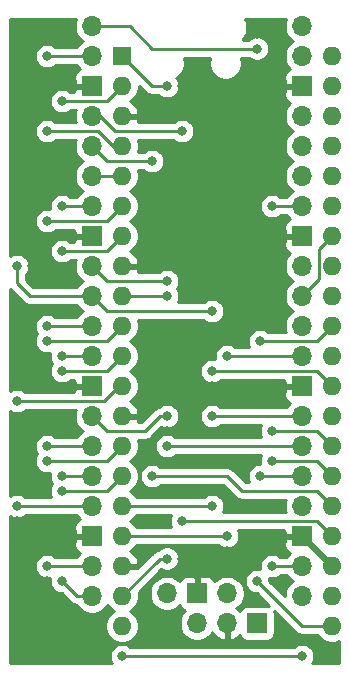
<source format=gbr>
%TF.GenerationSoftware,KiCad,Pcbnew,(5.1.9)-1*%
%TF.CreationDate,2021-10-31T23:11:17+08:00*%
%TF.ProjectId,PinRemapInterposer,50696e52-656d-4617-9049-6e746572706f,rev?*%
%TF.SameCoordinates,Original*%
%TF.FileFunction,Copper,L2,Bot*%
%TF.FilePolarity,Positive*%
%FSLAX46Y46*%
G04 Gerber Fmt 4.6, Leading zero omitted, Abs format (unit mm)*
G04 Created by KiCad (PCBNEW (5.1.9)-1) date 2021-10-31 23:11:17*
%MOMM*%
%LPD*%
G01*
G04 APERTURE LIST*
%TA.AperFunction,ComponentPad*%
%ADD10O,1.700000X1.700000*%
%TD*%
%TA.AperFunction,ComponentPad*%
%ADD11R,1.700000X1.700000*%
%TD*%
%TA.AperFunction,ComponentPad*%
%ADD12O,1.600000X1.600000*%
%TD*%
%TA.AperFunction,ComponentPad*%
%ADD13R,1.600000X1.600000*%
%TD*%
%TA.AperFunction,ViaPad*%
%ADD14C,0.800000*%
%TD*%
%TA.AperFunction,Conductor*%
%ADD15C,0.250000*%
%TD*%
%TA.AperFunction,Conductor*%
%ADD16C,0.500000*%
%TD*%
%TA.AperFunction,Conductor*%
%ADD17C,0.254000*%
%TD*%
%TA.AperFunction,Conductor*%
%ADD18C,0.100000*%
%TD*%
G04 APERTURE END LIST*
D10*
%TO.P,J2,3*%
%TO.N,SWCLK*%
X143510000Y-161060000D03*
%TO.P,J2,2*%
%TO.N,GND*%
X146050000Y-161060000D03*
D11*
%TO.P,J2,1*%
%TO.N,SWDIO*%
X148590000Y-161060000D03*
%TD*%
D10*
%TO.P,U5,43*%
%TO.N,SWDIO*%
X146050000Y-158520000D03*
D11*
%TO.P,U5,42*%
%TO.N,GND*%
X143510000Y-158520000D03*
D10*
%TO.P,U5,41*%
%TO.N,SWCLK*%
X140970000Y-158520000D03*
%TO.P,U5,40*%
%TO.N,VBUS*%
X152400000Y-110490000D03*
%TO.P,U5,39*%
%TO.N,VSYS*%
X152400000Y-113030000D03*
D11*
%TO.P,U5,38*%
%TO.N,GND*%
X152400000Y-115570000D03*
D10*
%TO.P,U5,37*%
%TO.N,3V3_EN*%
X152400000Y-118110000D03*
%TO.P,U5,36*%
%TO.N,+3V3*%
X152400000Y-120650000D03*
%TO.P,U5,35*%
%TO.N,ADC_VREF*%
X152400000Y-123190000D03*
%TO.P,U5,34*%
%TO.N,~RESET~_3V3*%
X152400000Y-125730000D03*
D11*
%TO.P,U5,33*%
%TO.N,GND*%
X152400000Y-128270000D03*
D10*
%TO.P,U5,32*%
%TO.N,~IRQ~_3V3*%
X152400000Y-130810000D03*
%TO.P,U5,31*%
%TO.N,~DRQ~_3V3*%
X152400000Y-133350000D03*
%TO.P,U5,30*%
%TO.N,RUN*%
X152400000Y-135890000D03*
%TO.P,U5,29*%
%TO.N,A1_3V3*%
X152400000Y-138430000D03*
D11*
%TO.P,U5,28*%
%TO.N,GND*%
X152400000Y-140970000D03*
D10*
%TO.P,U5,27*%
%TO.N,A0_3V3*%
X152400000Y-143510000D03*
%TO.P,U5,26*%
%TO.N,AEN_3V3*%
X152400000Y-146050000D03*
%TO.P,U5,25*%
%TO.N,~CS~_3V3*%
X152400000Y-148590000D03*
%TO.P,U5,24*%
%TO.N,~IOW~_3V3*%
X152400000Y-151130000D03*
D11*
%TO.P,U5,23*%
%TO.N,GND*%
X152400000Y-153670000D03*
D10*
%TO.P,U5,22*%
%TO.N,~IOR~_3V3*%
X152400000Y-156210000D03*
%TO.P,U5,21*%
%TO.N,~DACK~_3V3*%
X152400000Y-158750000D03*
%TO.P,U5,20*%
%TO.N,D7_3V3*%
X134620000Y-158750000D03*
%TO.P,U5,19*%
%TO.N,D6_3V3*%
X134620000Y-156210000D03*
D11*
%TO.P,U5,18*%
%TO.N,GND*%
X134620000Y-153670000D03*
D10*
%TO.P,U5,17*%
%TO.N,D5_3V3*%
X134620000Y-151130000D03*
%TO.P,U5,16*%
%TO.N,D4_3V3*%
X134620000Y-148590000D03*
%TO.P,U5,15*%
%TO.N,D3_3V3*%
X134620000Y-146050000D03*
%TO.P,U5,14*%
%TO.N,D2_3V3*%
X134620000Y-143510000D03*
D11*
%TO.P,U5,13*%
%TO.N,GND*%
X134620000Y-140970000D03*
D10*
%TO.P,U5,12*%
%TO.N,D1_3V3*%
X134620000Y-138430000D03*
%TO.P,U5,11*%
%TO.N,D0_3V3*%
X134620000Y-135890000D03*
%TO.P,U5,10*%
%TO.N,DATA_DIR*%
X134620000Y-133350000D03*
%TO.P,U5,9*%
%TO.N,CFG_DATA*%
X134620000Y-130810000D03*
D11*
%TO.P,U5,8*%
%TO.N,GND*%
X134620000Y-128270000D03*
D10*
%TO.P,U5,7*%
%TO.N,~DRIVE_ACTIVE~_3V3*%
X134620000Y-125730000D03*
%TO.P,U5,6*%
%TO.N,SD1_CS*%
X134620000Y-123190000D03*
%TO.P,U5,5*%
%TO.N,SPI_TX*%
X134620000Y-120650000D03*
%TO.P,U5,4*%
%TO.N,SPI_SCK*%
X134620000Y-118110000D03*
D11*
%TO.P,U5,3*%
%TO.N,GND*%
X134620000Y-115570000D03*
D10*
%TO.P,U5,2*%
%TO.N,SD0_CS*%
X134620000Y-113030000D03*
%TO.P,U5,1*%
%TO.N,SPI_RX*%
X134620000Y-110490000D03*
%TD*%
D12*
%TO.P,J1,40*%
%TO.N,VBUS*%
X154940000Y-113030000D03*
%TO.P,J1,20*%
%TO.N,~DACK~_3V3*%
X137160000Y-161290000D03*
%TO.P,J1,39*%
%TO.N,VSYS*%
X154940000Y-115570000D03*
%TO.P,J1,19*%
%TO.N,AEN_3V3*%
X137160000Y-158750000D03*
%TO.P,J1,38*%
%TO.N,GND*%
X154940000Y-118110000D03*
%TO.P,J1,18*%
X137160000Y-156210000D03*
%TO.P,J1,37*%
%TO.N,3V3_EN*%
X154940000Y-120650000D03*
%TO.P,J1,17*%
%TO.N,A1_3V3*%
X137160000Y-153670000D03*
%TO.P,J1,36*%
%TO.N,+3V3*%
X154940000Y-123190000D03*
%TO.P,J1,16*%
%TO.N,A0_3V3*%
X137160000Y-151130000D03*
%TO.P,J1,35*%
%TO.N,ADC_VREF*%
X154940000Y-125730000D03*
%TO.P,J1,15*%
%TO.N,D7_3V3*%
X137160000Y-148590000D03*
%TO.P,J1,34*%
%TO.N,~DRQ~_3V3*%
X154940000Y-128270000D03*
%TO.P,J1,14*%
%TO.N,D6_3V3*%
X137160000Y-146050000D03*
%TO.P,J1,33*%
%TO.N,GND*%
X154940000Y-130810000D03*
%TO.P,J1,13*%
X137160000Y-143510000D03*
%TO.P,J1,32*%
%TO.N,~IRQ~_3V3*%
X154940000Y-133350000D03*
%TO.P,J1,12*%
%TO.N,D5_3V3*%
X137160000Y-140970000D03*
%TO.P,J1,31*%
%TO.N,~CS~_3V3*%
X154940000Y-135890000D03*
%TO.P,J1,11*%
%TO.N,D4_3V3*%
X137160000Y-138430000D03*
%TO.P,J1,30*%
%TO.N,RUN*%
X154940000Y-138430000D03*
%TO.P,J1,10*%
%TO.N,D3_3V3*%
X137160000Y-135890000D03*
%TO.P,J1,29*%
%TO.N,DATA_DIR*%
X154940000Y-140970000D03*
%TO.P,J1,9*%
%TO.N,D2_3V3*%
X137160000Y-133350000D03*
%TO.P,J1,28*%
%TO.N,GND*%
X154940000Y-143510000D03*
%TO.P,J1,8*%
X137160000Y-130810000D03*
%TO.P,J1,27*%
%TO.N,~RESET~_3V3*%
X154940000Y-146050000D03*
%TO.P,J1,7*%
%TO.N,D1_3V3*%
X137160000Y-128270000D03*
%TO.P,J1,26*%
%TO.N,~IOR~_3V3*%
X154940000Y-148590000D03*
%TO.P,J1,6*%
%TO.N,D0_3V3*%
X137160000Y-125730000D03*
%TO.P,J1,25*%
%TO.N,SPI_TX*%
X154940000Y-151130000D03*
%TO.P,J1,5*%
%TO.N,SD1_CS*%
X137160000Y-123190000D03*
%TO.P,J1,24*%
%TO.N,SPI_SCK*%
X154940000Y-153670000D03*
%TO.P,J1,4*%
%TO.N,SD0_CS*%
X137160000Y-120650000D03*
%TO.P,J1,23*%
%TO.N,GND*%
X154940000Y-156210000D03*
%TO.P,J1,3*%
X137160000Y-118110000D03*
%TO.P,J1,22*%
%TO.N,~IOW~_3V3*%
X154940000Y-158750000D03*
%TO.P,J1,2*%
%TO.N,~DRIVE_ACTIVE~_3V3*%
X137160000Y-115570000D03*
%TO.P,J1,21*%
%TO.N,SPI_RX*%
X154940000Y-161290000D03*
D13*
%TO.P,J1,1*%
%TO.N,CFG_DATA*%
X137160000Y-113030000D03*
%TD*%
D14*
%TO.N,~DACK~_3V3*%
X152400000Y-163830000D03*
X137160000Y-163830000D03*
%TO.N,AEN_3V3*%
X140970000Y-155575000D03*
X140970000Y-146050000D03*
%TO.N,GND*%
X129540000Y-146050000D03*
X129540000Y-147320000D03*
X128270000Y-152400000D03*
X128270000Y-140970000D03*
X130810000Y-157480000D03*
X129540000Y-135890000D03*
X129540000Y-137160000D03*
X132080000Y-128270000D03*
X146050000Y-154940000D03*
X142240000Y-155575000D03*
X144780000Y-142240000D03*
X144780000Y-140970000D03*
X146050000Y-137160000D03*
X144780000Y-133350000D03*
X142240000Y-115570000D03*
X135890000Y-163830000D03*
X132080000Y-115570000D03*
X129540000Y-113030000D03*
X129540000Y-119380000D03*
X130810000Y-125730000D03*
X139700000Y-120650000D03*
X142240000Y-118110000D03*
X148590000Y-111125000D03*
X138430000Y-149860000D03*
X143510000Y-149860000D03*
X139700000Y-152400000D03*
X140970000Y-144780000D03*
X147320000Y-156845000D03*
X150495000Y-157480000D03*
X146939000Y-147320000D03*
X148844000Y-135890000D03*
X143510000Y-132080000D03*
X143510000Y-133350000D03*
X151130000Y-162560000D03*
X129540000Y-130810000D03*
X138430000Y-162560000D03*
X143510000Y-144780000D03*
%TO.N,A1_3V3*%
X146050000Y-153670000D03*
X146050000Y-138430000D03*
%TO.N,A0_3V3*%
X144780000Y-151130000D03*
X144780000Y-143510000D03*
%TO.N,D7_3V3*%
X132080000Y-149860000D03*
X132080000Y-157480000D03*
%TO.N,D6_3V3*%
X130810000Y-147320000D03*
X130810000Y-156210000D03*
%TO.N,D5_3V3*%
X128270000Y-151130000D03*
X128270000Y-142240000D03*
%TO.N,~CS~_3V3*%
X148844000Y-137160000D03*
X148844000Y-148590000D03*
%TO.N,D4_3V3*%
X132080000Y-148590000D03*
X132080000Y-139700000D03*
%TO.N,D3_3V3*%
X130810000Y-137160000D03*
X130810000Y-146050000D03*
%TO.N,DATA_DIR*%
X128270000Y-130810000D03*
X144780000Y-134620000D03*
X144780000Y-139700000D03*
%TO.N,D2_3V3*%
X140970000Y-133350000D03*
X140970000Y-143510000D03*
%TO.N,~RESET~_3V3*%
X149860000Y-144780000D03*
X149860000Y-125730000D03*
%TO.N,D1_3V3*%
X132080000Y-138430000D03*
X132080000Y-129540000D03*
%TO.N,~IOR~_3V3*%
X149860000Y-156210000D03*
X149860000Y-147320000D03*
%TO.N,D0_3V3*%
X130810000Y-135890000D03*
X130810000Y-127000000D03*
%TO.N,SPI_TX*%
X139700000Y-121920000D03*
X139700000Y-148590000D03*
%TO.N,SPI_SCK*%
X142240000Y-152400000D03*
X142240000Y-119380000D03*
%TO.N,SD0_CS*%
X130810000Y-113030000D03*
X130810000Y-119380000D03*
%TO.N,~DRIVE_ACTIVE~_3V3*%
X132080000Y-125730000D03*
X132080000Y-116840000D03*
%TO.N,SPI_RX*%
X148590000Y-112395000D03*
X148590000Y-157480000D03*
%TO.N,CFG_DATA*%
X140970000Y-132080000D03*
X140970000Y-115570000D03*
%TD*%
D15*
%TO.N,~DACK~_3V3*%
X139700000Y-163830000D02*
X149860000Y-163830000D01*
X149860000Y-163830000D02*
X152400000Y-163830000D01*
X139700000Y-163830000D02*
X137160000Y-163830000D01*
%TO.N,AEN_3V3*%
X140335000Y-155575000D02*
X140970000Y-155575000D01*
X137160000Y-158750000D02*
X140335000Y-155575000D01*
X140970000Y-146050000D02*
X152400000Y-146050000D01*
D16*
%TO.N,GND*%
X152400000Y-153670000D02*
X154940000Y-156210000D01*
D15*
%TO.N,A1_3V3*%
X137160000Y-153670000D02*
X146050000Y-153670000D01*
X146050000Y-138430000D02*
X152400000Y-138430000D01*
%TO.N,A0_3V3*%
X137160000Y-151130000D02*
X144780000Y-151130000D01*
X144780000Y-143510000D02*
X152400000Y-143510000D01*
%TO.N,D7_3V3*%
X132080000Y-149860000D02*
X135890000Y-149860000D01*
X135890000Y-149860000D02*
X137160000Y-148590000D01*
X133350000Y-158750000D02*
X132080000Y-157480000D01*
X134620000Y-158750000D02*
X133350000Y-158750000D01*
%TO.N,~DRQ~_3V3*%
X153814999Y-131935001D02*
X153814999Y-129395001D01*
X153814999Y-129395001D02*
X154940000Y-128270000D01*
X152400000Y-133350000D02*
X153814999Y-131935001D01*
%TO.N,D6_3V3*%
X130810000Y-147320000D02*
X135890000Y-147320000D01*
X135890000Y-147320000D02*
X137160000Y-146050000D01*
X134620000Y-156210000D02*
X130810000Y-156210000D01*
%TO.N,D5_3V3*%
X134620000Y-151130000D02*
X128270000Y-151130000D01*
X136905002Y-140970000D02*
X137160000Y-140970000D01*
X135635002Y-142240000D02*
X136905002Y-140970000D01*
X128270000Y-142240000D02*
X135635002Y-142240000D01*
%TO.N,~CS~_3V3*%
X153670000Y-137160000D02*
X154940000Y-135890000D01*
X148844000Y-137160000D02*
X153670000Y-137160000D01*
X152400000Y-148590000D02*
X148844000Y-148590000D01*
%TO.N,D4_3V3*%
X134620000Y-148590000D02*
X132080000Y-148590000D01*
X135890000Y-139700000D02*
X137160000Y-138430000D01*
X132080000Y-139700000D02*
X135890000Y-139700000D01*
%TO.N,D3_3V3*%
X130810000Y-137160000D02*
X135890000Y-137160000D01*
X135890000Y-137160000D02*
X137160000Y-135890000D01*
X134620000Y-146050000D02*
X130810000Y-146050000D01*
%TO.N,DATA_DIR*%
X135890000Y-134620000D02*
X144780000Y-134620000D01*
X134620000Y-133350000D02*
X135890000Y-134620000D01*
X153670000Y-139700000D02*
X154940000Y-140970000D01*
X144780000Y-139700000D02*
X153670000Y-139700000D01*
X128270000Y-132272500D02*
X128270000Y-130810000D01*
X129347500Y-133350000D02*
X128270000Y-132272500D01*
X134620000Y-133350000D02*
X129347500Y-133350000D01*
%TO.N,D2_3V3*%
X140970000Y-133350000D02*
X137160000Y-133350000D01*
X140335000Y-143510000D02*
X140970000Y-143510000D01*
X139065000Y-144780000D02*
X140335000Y-143510000D01*
X135890000Y-144780000D02*
X139065000Y-144780000D01*
X134620000Y-143510000D02*
X135890000Y-144780000D01*
%TO.N,~RESET~_3V3*%
X153670000Y-144780000D02*
X149860000Y-144780000D01*
X154940000Y-146050000D02*
X153670000Y-144780000D01*
X149860000Y-125730000D02*
X152400000Y-125730000D01*
%TO.N,D1_3V3*%
X134620000Y-138430000D02*
X132080000Y-138430000D01*
X135890000Y-129540000D02*
X137160000Y-128270000D01*
X132080000Y-129540000D02*
X135890000Y-129540000D01*
%TO.N,~IOR~_3V3*%
X149860000Y-156210000D02*
X152400000Y-156210000D01*
X154940000Y-148590000D02*
X153670000Y-147320000D01*
X153670000Y-147320000D02*
X149860000Y-147320000D01*
%TO.N,D0_3V3*%
X134620000Y-135890000D02*
X130810000Y-135890000D01*
X135890000Y-127000000D02*
X137160000Y-125730000D01*
X130810000Y-127000000D02*
X135890000Y-127000000D01*
%TO.N,SPI_TX*%
X154940000Y-151130000D02*
X153670000Y-149860000D01*
X135890000Y-121920000D02*
X134620000Y-120650000D01*
X139700000Y-121920000D02*
X135890000Y-121920000D01*
X147955000Y-149860000D02*
X147320000Y-149860000D01*
X153670000Y-149860000D02*
X147955000Y-149860000D01*
X146050000Y-148590000D02*
X139700000Y-148590000D01*
X147320000Y-149860000D02*
X146050000Y-148590000D01*
%TO.N,SD1_CS*%
X137160000Y-123190000D02*
X134620000Y-123190000D01*
%TO.N,SPI_SCK*%
X153670000Y-152400000D02*
X142240000Y-152400000D01*
X154940000Y-153670000D02*
X153670000Y-152400000D01*
X135255000Y-118110000D02*
X134620000Y-118110000D01*
X136525000Y-119380000D02*
X135255000Y-118110000D01*
X142240000Y-119380000D02*
X136525000Y-119380000D01*
%TO.N,SD0_CS*%
X130810000Y-113030000D02*
X134620000Y-113030000D01*
X135089002Y-119380000D02*
X130810000Y-119380000D01*
X136359002Y-120650000D02*
X135089002Y-119380000D01*
X137160000Y-120650000D02*
X136359002Y-120650000D01*
%TO.N,~DRIVE_ACTIVE~_3V3*%
X134620000Y-125730000D02*
X132080000Y-125730000D01*
X135890000Y-116840000D02*
X137160000Y-115570000D01*
X132080000Y-116840000D02*
X135890000Y-116840000D01*
%TO.N,SPI_RX*%
X137795000Y-110490000D02*
X134620000Y-110490000D01*
X139700000Y-112395000D02*
X137795000Y-110490000D01*
X148590000Y-112395000D02*
X139700000Y-112395000D01*
X152400000Y-161290000D02*
X154940000Y-161290000D01*
X148590000Y-157480000D02*
X152400000Y-161290000D01*
%TO.N,CFG_DATA*%
X135890000Y-132080000D02*
X140970000Y-132080000D01*
X134620000Y-130810000D02*
X135890000Y-132080000D01*
X139700000Y-115570000D02*
X137160000Y-113030000D01*
X140970000Y-115570000D02*
X139700000Y-115570000D01*
%TD*%
D17*
%TO.N,GND*%
X133466525Y-152076632D02*
X133598380Y-152208487D01*
X133525820Y-152230498D01*
X133415506Y-152289463D01*
X133318815Y-152368815D01*
X133239463Y-152465506D01*
X133180498Y-152575820D01*
X133144188Y-152695518D01*
X133131928Y-152820000D01*
X133135000Y-153384250D01*
X133293750Y-153543000D01*
X134493000Y-153543000D01*
X134493000Y-153523000D01*
X134747000Y-153523000D01*
X134747000Y-153543000D01*
X134767000Y-153543000D01*
X134767000Y-153797000D01*
X134747000Y-153797000D01*
X134747000Y-153817000D01*
X134493000Y-153817000D01*
X134493000Y-153797000D01*
X133293750Y-153797000D01*
X133135000Y-153955750D01*
X133131928Y-154520000D01*
X133144188Y-154644482D01*
X133180498Y-154764180D01*
X133239463Y-154874494D01*
X133318815Y-154971185D01*
X133415506Y-155050537D01*
X133525820Y-155109502D01*
X133598380Y-155131513D01*
X133466525Y-155263368D01*
X133341822Y-155450000D01*
X131513711Y-155450000D01*
X131469774Y-155406063D01*
X131300256Y-155292795D01*
X131111898Y-155214774D01*
X130911939Y-155175000D01*
X130708061Y-155175000D01*
X130508102Y-155214774D01*
X130319744Y-155292795D01*
X130150226Y-155406063D01*
X130006063Y-155550226D01*
X129892795Y-155719744D01*
X129814774Y-155908102D01*
X129775000Y-156108061D01*
X129775000Y-156311939D01*
X129814774Y-156511898D01*
X129892795Y-156700256D01*
X130006063Y-156869774D01*
X130150226Y-157013937D01*
X130319744Y-157127205D01*
X130508102Y-157205226D01*
X130708061Y-157245000D01*
X130911939Y-157245000D01*
X131078039Y-157211961D01*
X131045000Y-157378061D01*
X131045000Y-157581939D01*
X131084774Y-157781898D01*
X131162795Y-157970256D01*
X131276063Y-158139774D01*
X131420226Y-158283937D01*
X131589744Y-158397205D01*
X131778102Y-158475226D01*
X131978061Y-158515000D01*
X132040199Y-158515000D01*
X132786201Y-159261003D01*
X132809999Y-159290001D01*
X132925724Y-159384974D01*
X133057753Y-159455546D01*
X133201014Y-159499003D01*
X133312667Y-159510000D01*
X133312676Y-159510000D01*
X133343875Y-159513073D01*
X133466525Y-159696632D01*
X133673368Y-159903475D01*
X133916589Y-160065990D01*
X134186842Y-160177932D01*
X134473740Y-160235000D01*
X134766260Y-160235000D01*
X135053158Y-160177932D01*
X135323411Y-160065990D01*
X135566632Y-159903475D01*
X135773475Y-159696632D01*
X135920068Y-159477241D01*
X136045363Y-159664759D01*
X136245241Y-159864637D01*
X136477759Y-160020000D01*
X136245241Y-160175363D01*
X136045363Y-160375241D01*
X135888320Y-160610273D01*
X135780147Y-160871426D01*
X135725000Y-161148665D01*
X135725000Y-161431335D01*
X135780147Y-161708574D01*
X135888320Y-161969727D01*
X136045363Y-162204759D01*
X136245241Y-162404637D01*
X136480273Y-162561680D01*
X136741426Y-162669853D01*
X137018665Y-162725000D01*
X137301335Y-162725000D01*
X137578574Y-162669853D01*
X137839727Y-162561680D01*
X138074759Y-162404637D01*
X138274637Y-162204759D01*
X138431680Y-161969727D01*
X138539853Y-161708574D01*
X138595000Y-161431335D01*
X138595000Y-161148665D01*
X138539853Y-160871426D01*
X138431680Y-160610273D01*
X138274637Y-160375241D01*
X138074759Y-160175363D01*
X137842241Y-160020000D01*
X138074759Y-159864637D01*
X138274637Y-159664759D01*
X138431680Y-159429727D01*
X138539853Y-159168574D01*
X138595000Y-158891335D01*
X138595000Y-158608665D01*
X138558688Y-158426114D01*
X140488832Y-156495970D01*
X140668102Y-156570226D01*
X140868061Y-156610000D01*
X141071939Y-156610000D01*
X141271898Y-156570226D01*
X141460256Y-156492205D01*
X141629774Y-156378937D01*
X141773937Y-156234774D01*
X141887205Y-156065256D01*
X141965226Y-155876898D01*
X142005000Y-155676939D01*
X142005000Y-155473061D01*
X141965226Y-155273102D01*
X141887205Y-155084744D01*
X141773937Y-154915226D01*
X141629774Y-154771063D01*
X141460256Y-154657795D01*
X141271898Y-154579774D01*
X141071939Y-154540000D01*
X140868061Y-154540000D01*
X140668102Y-154579774D01*
X140479744Y-154657795D01*
X140310226Y-154771063D01*
X140262861Y-154818428D01*
X140186014Y-154825997D01*
X140042753Y-154869454D01*
X139910723Y-154940026D01*
X139842215Y-154996250D01*
X139794999Y-155034999D01*
X139771201Y-155063997D01*
X138454128Y-156381071D01*
X138429915Y-156337000D01*
X137287000Y-156337000D01*
X137287000Y-156357000D01*
X137033000Y-156357000D01*
X137033000Y-156337000D01*
X137013000Y-156337000D01*
X137013000Y-156083000D01*
X137033000Y-156083000D01*
X137033000Y-156063000D01*
X137287000Y-156063000D01*
X137287000Y-156083000D01*
X138429915Y-156083000D01*
X138551904Y-155860961D01*
X138511246Y-155726913D01*
X138391037Y-155472580D01*
X138223519Y-155246586D01*
X138015131Y-155057615D01*
X137829135Y-154946067D01*
X137839727Y-154941680D01*
X138074759Y-154784637D01*
X138274637Y-154584759D01*
X138378043Y-154430000D01*
X145346289Y-154430000D01*
X145390226Y-154473937D01*
X145559744Y-154587205D01*
X145748102Y-154665226D01*
X145948061Y-154705000D01*
X146151939Y-154705000D01*
X146351898Y-154665226D01*
X146540256Y-154587205D01*
X146709774Y-154473937D01*
X146853937Y-154329774D01*
X146967205Y-154160256D01*
X147045226Y-153971898D01*
X147085000Y-153771939D01*
X147085000Y-153568061D01*
X147045226Y-153368102D01*
X146967205Y-153179744D01*
X146954013Y-153160000D01*
X150913779Y-153160000D01*
X150915000Y-153384250D01*
X151073750Y-153543000D01*
X152273000Y-153543000D01*
X152273000Y-153523000D01*
X152527000Y-153523000D01*
X152527000Y-153543000D01*
X152547000Y-153543000D01*
X152547000Y-153797000D01*
X152527000Y-153797000D01*
X152527000Y-153817000D01*
X152273000Y-153817000D01*
X152273000Y-153797000D01*
X151073750Y-153797000D01*
X150915000Y-153955750D01*
X150911928Y-154520000D01*
X150924188Y-154644482D01*
X150960498Y-154764180D01*
X151019463Y-154874494D01*
X151098815Y-154971185D01*
X151195506Y-155050537D01*
X151305820Y-155109502D01*
X151378380Y-155131513D01*
X151246525Y-155263368D01*
X151121822Y-155450000D01*
X150563711Y-155450000D01*
X150519774Y-155406063D01*
X150350256Y-155292795D01*
X150161898Y-155214774D01*
X149961939Y-155175000D01*
X149758061Y-155175000D01*
X149558102Y-155214774D01*
X149369744Y-155292795D01*
X149200226Y-155406063D01*
X149056063Y-155550226D01*
X148942795Y-155719744D01*
X148864774Y-155908102D01*
X148825000Y-156108061D01*
X148825000Y-156311939D01*
X148858039Y-156478039D01*
X148691939Y-156445000D01*
X148488061Y-156445000D01*
X148288102Y-156484774D01*
X148099744Y-156562795D01*
X147930226Y-156676063D01*
X147786063Y-156820226D01*
X147672795Y-156989744D01*
X147594774Y-157178102D01*
X147555000Y-157378061D01*
X147555000Y-157581939D01*
X147594774Y-157781898D01*
X147672795Y-157970256D01*
X147786063Y-158139774D01*
X147930226Y-158283937D01*
X148099744Y-158397205D01*
X148288102Y-158475226D01*
X148488061Y-158515000D01*
X148550199Y-158515000D01*
X149643294Y-159608095D01*
X149564482Y-159584188D01*
X149440000Y-159571928D01*
X147740000Y-159571928D01*
X147615518Y-159584188D01*
X147495820Y-159620498D01*
X147385506Y-159679463D01*
X147288815Y-159758815D01*
X147209463Y-159855506D01*
X147150498Y-159965820D01*
X147126034Y-160046466D01*
X147050269Y-159962412D01*
X146820594Y-159791100D01*
X146996632Y-159673475D01*
X147203475Y-159466632D01*
X147365990Y-159223411D01*
X147477932Y-158953158D01*
X147535000Y-158666260D01*
X147535000Y-158373740D01*
X147477932Y-158086842D01*
X147365990Y-157816589D01*
X147203475Y-157573368D01*
X146996632Y-157366525D01*
X146753411Y-157204010D01*
X146483158Y-157092068D01*
X146196260Y-157035000D01*
X145903740Y-157035000D01*
X145616842Y-157092068D01*
X145346589Y-157204010D01*
X145103368Y-157366525D01*
X144971513Y-157498380D01*
X144949502Y-157425820D01*
X144890537Y-157315506D01*
X144811185Y-157218815D01*
X144714494Y-157139463D01*
X144604180Y-157080498D01*
X144484482Y-157044188D01*
X144360000Y-157031928D01*
X143795750Y-157035000D01*
X143637000Y-157193750D01*
X143637000Y-158393000D01*
X143657000Y-158393000D01*
X143657000Y-158647000D01*
X143637000Y-158647000D01*
X143637000Y-158667000D01*
X143383000Y-158667000D01*
X143383000Y-158647000D01*
X143363000Y-158647000D01*
X143363000Y-158393000D01*
X143383000Y-158393000D01*
X143383000Y-157193750D01*
X143224250Y-157035000D01*
X142660000Y-157031928D01*
X142535518Y-157044188D01*
X142415820Y-157080498D01*
X142305506Y-157139463D01*
X142208815Y-157218815D01*
X142129463Y-157315506D01*
X142070498Y-157425820D01*
X142048487Y-157498380D01*
X141916632Y-157366525D01*
X141673411Y-157204010D01*
X141403158Y-157092068D01*
X141116260Y-157035000D01*
X140823740Y-157035000D01*
X140536842Y-157092068D01*
X140266589Y-157204010D01*
X140023368Y-157366525D01*
X139816525Y-157573368D01*
X139654010Y-157816589D01*
X139542068Y-158086842D01*
X139485000Y-158373740D01*
X139485000Y-158666260D01*
X139542068Y-158953158D01*
X139654010Y-159223411D01*
X139816525Y-159466632D01*
X140023368Y-159673475D01*
X140266589Y-159835990D01*
X140536842Y-159947932D01*
X140823740Y-160005000D01*
X141116260Y-160005000D01*
X141403158Y-159947932D01*
X141673411Y-159835990D01*
X141916632Y-159673475D01*
X142048487Y-159541620D01*
X142070498Y-159614180D01*
X142129463Y-159724494D01*
X142208815Y-159821185D01*
X142305506Y-159900537D01*
X142415820Y-159959502D01*
X142488380Y-159981513D01*
X142356525Y-160113368D01*
X142194010Y-160356589D01*
X142082068Y-160626842D01*
X142025000Y-160913740D01*
X142025000Y-161206260D01*
X142082068Y-161493158D01*
X142194010Y-161763411D01*
X142356525Y-162006632D01*
X142563368Y-162213475D01*
X142806589Y-162375990D01*
X143076842Y-162487932D01*
X143363740Y-162545000D01*
X143656260Y-162545000D01*
X143943158Y-162487932D01*
X144213411Y-162375990D01*
X144456632Y-162213475D01*
X144663475Y-162006632D01*
X144785195Y-161824466D01*
X144854822Y-161941355D01*
X145049731Y-162157588D01*
X145283080Y-162331641D01*
X145545901Y-162456825D01*
X145693110Y-162501476D01*
X145923000Y-162380155D01*
X145923000Y-161187000D01*
X145903000Y-161187000D01*
X145903000Y-160933000D01*
X145923000Y-160933000D01*
X145923000Y-160913000D01*
X146177000Y-160913000D01*
X146177000Y-160933000D01*
X146197000Y-160933000D01*
X146197000Y-161187000D01*
X146177000Y-161187000D01*
X146177000Y-162380155D01*
X146406890Y-162501476D01*
X146554099Y-162456825D01*
X146816920Y-162331641D01*
X147050269Y-162157588D01*
X147126034Y-162073534D01*
X147150498Y-162154180D01*
X147209463Y-162264494D01*
X147288815Y-162361185D01*
X147385506Y-162440537D01*
X147495820Y-162499502D01*
X147615518Y-162535812D01*
X147740000Y-162548072D01*
X149440000Y-162548072D01*
X149564482Y-162535812D01*
X149684180Y-162499502D01*
X149794494Y-162440537D01*
X149891185Y-162361185D01*
X149970537Y-162264494D01*
X150029502Y-162154180D01*
X150065812Y-162034482D01*
X150078072Y-161910000D01*
X150078072Y-160210000D01*
X150065812Y-160085518D01*
X150041905Y-160006706D01*
X151836201Y-161801003D01*
X151859999Y-161830001D01*
X151975724Y-161924974D01*
X152107753Y-161995546D01*
X152251014Y-162039003D01*
X152362667Y-162050000D01*
X152362675Y-162050000D01*
X152400000Y-162053676D01*
X152437325Y-162050000D01*
X153721957Y-162050000D01*
X153825363Y-162204759D01*
X154025241Y-162404637D01*
X154260273Y-162561680D01*
X154521426Y-162669853D01*
X154798665Y-162725000D01*
X155081335Y-162725000D01*
X155358574Y-162669853D01*
X155550001Y-162590561D01*
X155550001Y-164440000D01*
X153237195Y-164440000D01*
X153317205Y-164320256D01*
X153395226Y-164131898D01*
X153435000Y-163931939D01*
X153435000Y-163728061D01*
X153395226Y-163528102D01*
X153317205Y-163339744D01*
X153203937Y-163170226D01*
X153059774Y-163026063D01*
X152890256Y-162912795D01*
X152701898Y-162834774D01*
X152501939Y-162795000D01*
X152298061Y-162795000D01*
X152098102Y-162834774D01*
X151909744Y-162912795D01*
X151740226Y-163026063D01*
X151696289Y-163070000D01*
X137863711Y-163070000D01*
X137819774Y-163026063D01*
X137650256Y-162912795D01*
X137461898Y-162834774D01*
X137261939Y-162795000D01*
X137058061Y-162795000D01*
X136858102Y-162834774D01*
X136669744Y-162912795D01*
X136500226Y-163026063D01*
X136356063Y-163170226D01*
X136242795Y-163339744D01*
X136164774Y-163528102D01*
X136125000Y-163728061D01*
X136125000Y-163931939D01*
X136164774Y-164131898D01*
X136242795Y-164320256D01*
X136322805Y-164440000D01*
X127660000Y-164440000D01*
X127660000Y-151967195D01*
X127779744Y-152047205D01*
X127968102Y-152125226D01*
X128168061Y-152165000D01*
X128371939Y-152165000D01*
X128571898Y-152125226D01*
X128760256Y-152047205D01*
X128929774Y-151933937D01*
X128973711Y-151890000D01*
X133341822Y-151890000D01*
X133466525Y-152076632D01*
%TA.AperFunction,Conductor*%
D18*
G36*
X133466525Y-152076632D02*
G01*
X133598380Y-152208487D01*
X133525820Y-152230498D01*
X133415506Y-152289463D01*
X133318815Y-152368815D01*
X133239463Y-152465506D01*
X133180498Y-152575820D01*
X133144188Y-152695518D01*
X133131928Y-152820000D01*
X133135000Y-153384250D01*
X133293750Y-153543000D01*
X134493000Y-153543000D01*
X134493000Y-153523000D01*
X134747000Y-153523000D01*
X134747000Y-153543000D01*
X134767000Y-153543000D01*
X134767000Y-153797000D01*
X134747000Y-153797000D01*
X134747000Y-153817000D01*
X134493000Y-153817000D01*
X134493000Y-153797000D01*
X133293750Y-153797000D01*
X133135000Y-153955750D01*
X133131928Y-154520000D01*
X133144188Y-154644482D01*
X133180498Y-154764180D01*
X133239463Y-154874494D01*
X133318815Y-154971185D01*
X133415506Y-155050537D01*
X133525820Y-155109502D01*
X133598380Y-155131513D01*
X133466525Y-155263368D01*
X133341822Y-155450000D01*
X131513711Y-155450000D01*
X131469774Y-155406063D01*
X131300256Y-155292795D01*
X131111898Y-155214774D01*
X130911939Y-155175000D01*
X130708061Y-155175000D01*
X130508102Y-155214774D01*
X130319744Y-155292795D01*
X130150226Y-155406063D01*
X130006063Y-155550226D01*
X129892795Y-155719744D01*
X129814774Y-155908102D01*
X129775000Y-156108061D01*
X129775000Y-156311939D01*
X129814774Y-156511898D01*
X129892795Y-156700256D01*
X130006063Y-156869774D01*
X130150226Y-157013937D01*
X130319744Y-157127205D01*
X130508102Y-157205226D01*
X130708061Y-157245000D01*
X130911939Y-157245000D01*
X131078039Y-157211961D01*
X131045000Y-157378061D01*
X131045000Y-157581939D01*
X131084774Y-157781898D01*
X131162795Y-157970256D01*
X131276063Y-158139774D01*
X131420226Y-158283937D01*
X131589744Y-158397205D01*
X131778102Y-158475226D01*
X131978061Y-158515000D01*
X132040199Y-158515000D01*
X132786201Y-159261003D01*
X132809999Y-159290001D01*
X132925724Y-159384974D01*
X133057753Y-159455546D01*
X133201014Y-159499003D01*
X133312667Y-159510000D01*
X133312676Y-159510000D01*
X133343875Y-159513073D01*
X133466525Y-159696632D01*
X133673368Y-159903475D01*
X133916589Y-160065990D01*
X134186842Y-160177932D01*
X134473740Y-160235000D01*
X134766260Y-160235000D01*
X135053158Y-160177932D01*
X135323411Y-160065990D01*
X135566632Y-159903475D01*
X135773475Y-159696632D01*
X135920068Y-159477241D01*
X136045363Y-159664759D01*
X136245241Y-159864637D01*
X136477759Y-160020000D01*
X136245241Y-160175363D01*
X136045363Y-160375241D01*
X135888320Y-160610273D01*
X135780147Y-160871426D01*
X135725000Y-161148665D01*
X135725000Y-161431335D01*
X135780147Y-161708574D01*
X135888320Y-161969727D01*
X136045363Y-162204759D01*
X136245241Y-162404637D01*
X136480273Y-162561680D01*
X136741426Y-162669853D01*
X137018665Y-162725000D01*
X137301335Y-162725000D01*
X137578574Y-162669853D01*
X137839727Y-162561680D01*
X138074759Y-162404637D01*
X138274637Y-162204759D01*
X138431680Y-161969727D01*
X138539853Y-161708574D01*
X138595000Y-161431335D01*
X138595000Y-161148665D01*
X138539853Y-160871426D01*
X138431680Y-160610273D01*
X138274637Y-160375241D01*
X138074759Y-160175363D01*
X137842241Y-160020000D01*
X138074759Y-159864637D01*
X138274637Y-159664759D01*
X138431680Y-159429727D01*
X138539853Y-159168574D01*
X138595000Y-158891335D01*
X138595000Y-158608665D01*
X138558688Y-158426114D01*
X140488832Y-156495970D01*
X140668102Y-156570226D01*
X140868061Y-156610000D01*
X141071939Y-156610000D01*
X141271898Y-156570226D01*
X141460256Y-156492205D01*
X141629774Y-156378937D01*
X141773937Y-156234774D01*
X141887205Y-156065256D01*
X141965226Y-155876898D01*
X142005000Y-155676939D01*
X142005000Y-155473061D01*
X141965226Y-155273102D01*
X141887205Y-155084744D01*
X141773937Y-154915226D01*
X141629774Y-154771063D01*
X141460256Y-154657795D01*
X141271898Y-154579774D01*
X141071939Y-154540000D01*
X140868061Y-154540000D01*
X140668102Y-154579774D01*
X140479744Y-154657795D01*
X140310226Y-154771063D01*
X140262861Y-154818428D01*
X140186014Y-154825997D01*
X140042753Y-154869454D01*
X139910723Y-154940026D01*
X139842215Y-154996250D01*
X139794999Y-155034999D01*
X139771201Y-155063997D01*
X138454128Y-156381071D01*
X138429915Y-156337000D01*
X137287000Y-156337000D01*
X137287000Y-156357000D01*
X137033000Y-156357000D01*
X137033000Y-156337000D01*
X137013000Y-156337000D01*
X137013000Y-156083000D01*
X137033000Y-156083000D01*
X137033000Y-156063000D01*
X137287000Y-156063000D01*
X137287000Y-156083000D01*
X138429915Y-156083000D01*
X138551904Y-155860961D01*
X138511246Y-155726913D01*
X138391037Y-155472580D01*
X138223519Y-155246586D01*
X138015131Y-155057615D01*
X137829135Y-154946067D01*
X137839727Y-154941680D01*
X138074759Y-154784637D01*
X138274637Y-154584759D01*
X138378043Y-154430000D01*
X145346289Y-154430000D01*
X145390226Y-154473937D01*
X145559744Y-154587205D01*
X145748102Y-154665226D01*
X145948061Y-154705000D01*
X146151939Y-154705000D01*
X146351898Y-154665226D01*
X146540256Y-154587205D01*
X146709774Y-154473937D01*
X146853937Y-154329774D01*
X146967205Y-154160256D01*
X147045226Y-153971898D01*
X147085000Y-153771939D01*
X147085000Y-153568061D01*
X147045226Y-153368102D01*
X146967205Y-153179744D01*
X146954013Y-153160000D01*
X150913779Y-153160000D01*
X150915000Y-153384250D01*
X151073750Y-153543000D01*
X152273000Y-153543000D01*
X152273000Y-153523000D01*
X152527000Y-153523000D01*
X152527000Y-153543000D01*
X152547000Y-153543000D01*
X152547000Y-153797000D01*
X152527000Y-153797000D01*
X152527000Y-153817000D01*
X152273000Y-153817000D01*
X152273000Y-153797000D01*
X151073750Y-153797000D01*
X150915000Y-153955750D01*
X150911928Y-154520000D01*
X150924188Y-154644482D01*
X150960498Y-154764180D01*
X151019463Y-154874494D01*
X151098815Y-154971185D01*
X151195506Y-155050537D01*
X151305820Y-155109502D01*
X151378380Y-155131513D01*
X151246525Y-155263368D01*
X151121822Y-155450000D01*
X150563711Y-155450000D01*
X150519774Y-155406063D01*
X150350256Y-155292795D01*
X150161898Y-155214774D01*
X149961939Y-155175000D01*
X149758061Y-155175000D01*
X149558102Y-155214774D01*
X149369744Y-155292795D01*
X149200226Y-155406063D01*
X149056063Y-155550226D01*
X148942795Y-155719744D01*
X148864774Y-155908102D01*
X148825000Y-156108061D01*
X148825000Y-156311939D01*
X148858039Y-156478039D01*
X148691939Y-156445000D01*
X148488061Y-156445000D01*
X148288102Y-156484774D01*
X148099744Y-156562795D01*
X147930226Y-156676063D01*
X147786063Y-156820226D01*
X147672795Y-156989744D01*
X147594774Y-157178102D01*
X147555000Y-157378061D01*
X147555000Y-157581939D01*
X147594774Y-157781898D01*
X147672795Y-157970256D01*
X147786063Y-158139774D01*
X147930226Y-158283937D01*
X148099744Y-158397205D01*
X148288102Y-158475226D01*
X148488061Y-158515000D01*
X148550199Y-158515000D01*
X149643294Y-159608095D01*
X149564482Y-159584188D01*
X149440000Y-159571928D01*
X147740000Y-159571928D01*
X147615518Y-159584188D01*
X147495820Y-159620498D01*
X147385506Y-159679463D01*
X147288815Y-159758815D01*
X147209463Y-159855506D01*
X147150498Y-159965820D01*
X147126034Y-160046466D01*
X147050269Y-159962412D01*
X146820594Y-159791100D01*
X146996632Y-159673475D01*
X147203475Y-159466632D01*
X147365990Y-159223411D01*
X147477932Y-158953158D01*
X147535000Y-158666260D01*
X147535000Y-158373740D01*
X147477932Y-158086842D01*
X147365990Y-157816589D01*
X147203475Y-157573368D01*
X146996632Y-157366525D01*
X146753411Y-157204010D01*
X146483158Y-157092068D01*
X146196260Y-157035000D01*
X145903740Y-157035000D01*
X145616842Y-157092068D01*
X145346589Y-157204010D01*
X145103368Y-157366525D01*
X144971513Y-157498380D01*
X144949502Y-157425820D01*
X144890537Y-157315506D01*
X144811185Y-157218815D01*
X144714494Y-157139463D01*
X144604180Y-157080498D01*
X144484482Y-157044188D01*
X144360000Y-157031928D01*
X143795750Y-157035000D01*
X143637000Y-157193750D01*
X143637000Y-158393000D01*
X143657000Y-158393000D01*
X143657000Y-158647000D01*
X143637000Y-158647000D01*
X143637000Y-158667000D01*
X143383000Y-158667000D01*
X143383000Y-158647000D01*
X143363000Y-158647000D01*
X143363000Y-158393000D01*
X143383000Y-158393000D01*
X143383000Y-157193750D01*
X143224250Y-157035000D01*
X142660000Y-157031928D01*
X142535518Y-157044188D01*
X142415820Y-157080498D01*
X142305506Y-157139463D01*
X142208815Y-157218815D01*
X142129463Y-157315506D01*
X142070498Y-157425820D01*
X142048487Y-157498380D01*
X141916632Y-157366525D01*
X141673411Y-157204010D01*
X141403158Y-157092068D01*
X141116260Y-157035000D01*
X140823740Y-157035000D01*
X140536842Y-157092068D01*
X140266589Y-157204010D01*
X140023368Y-157366525D01*
X139816525Y-157573368D01*
X139654010Y-157816589D01*
X139542068Y-158086842D01*
X139485000Y-158373740D01*
X139485000Y-158666260D01*
X139542068Y-158953158D01*
X139654010Y-159223411D01*
X139816525Y-159466632D01*
X140023368Y-159673475D01*
X140266589Y-159835990D01*
X140536842Y-159947932D01*
X140823740Y-160005000D01*
X141116260Y-160005000D01*
X141403158Y-159947932D01*
X141673411Y-159835990D01*
X141916632Y-159673475D01*
X142048487Y-159541620D01*
X142070498Y-159614180D01*
X142129463Y-159724494D01*
X142208815Y-159821185D01*
X142305506Y-159900537D01*
X142415820Y-159959502D01*
X142488380Y-159981513D01*
X142356525Y-160113368D01*
X142194010Y-160356589D01*
X142082068Y-160626842D01*
X142025000Y-160913740D01*
X142025000Y-161206260D01*
X142082068Y-161493158D01*
X142194010Y-161763411D01*
X142356525Y-162006632D01*
X142563368Y-162213475D01*
X142806589Y-162375990D01*
X143076842Y-162487932D01*
X143363740Y-162545000D01*
X143656260Y-162545000D01*
X143943158Y-162487932D01*
X144213411Y-162375990D01*
X144456632Y-162213475D01*
X144663475Y-162006632D01*
X144785195Y-161824466D01*
X144854822Y-161941355D01*
X145049731Y-162157588D01*
X145283080Y-162331641D01*
X145545901Y-162456825D01*
X145693110Y-162501476D01*
X145923000Y-162380155D01*
X145923000Y-161187000D01*
X145903000Y-161187000D01*
X145903000Y-160933000D01*
X145923000Y-160933000D01*
X145923000Y-160913000D01*
X146177000Y-160913000D01*
X146177000Y-160933000D01*
X146197000Y-160933000D01*
X146197000Y-161187000D01*
X146177000Y-161187000D01*
X146177000Y-162380155D01*
X146406890Y-162501476D01*
X146554099Y-162456825D01*
X146816920Y-162331641D01*
X147050269Y-162157588D01*
X147126034Y-162073534D01*
X147150498Y-162154180D01*
X147209463Y-162264494D01*
X147288815Y-162361185D01*
X147385506Y-162440537D01*
X147495820Y-162499502D01*
X147615518Y-162535812D01*
X147740000Y-162548072D01*
X149440000Y-162548072D01*
X149564482Y-162535812D01*
X149684180Y-162499502D01*
X149794494Y-162440537D01*
X149891185Y-162361185D01*
X149970537Y-162264494D01*
X150029502Y-162154180D01*
X150065812Y-162034482D01*
X150078072Y-161910000D01*
X150078072Y-160210000D01*
X150065812Y-160085518D01*
X150041905Y-160006706D01*
X151836201Y-161801003D01*
X151859999Y-161830001D01*
X151975724Y-161924974D01*
X152107753Y-161995546D01*
X152251014Y-162039003D01*
X152362667Y-162050000D01*
X152362675Y-162050000D01*
X152400000Y-162053676D01*
X152437325Y-162050000D01*
X153721957Y-162050000D01*
X153825363Y-162204759D01*
X154025241Y-162404637D01*
X154260273Y-162561680D01*
X154521426Y-162669853D01*
X154798665Y-162725000D01*
X155081335Y-162725000D01*
X155358574Y-162669853D01*
X155550001Y-162590561D01*
X155550001Y-164440000D01*
X153237195Y-164440000D01*
X153317205Y-164320256D01*
X153395226Y-164131898D01*
X153435000Y-163931939D01*
X153435000Y-163728061D01*
X153395226Y-163528102D01*
X153317205Y-163339744D01*
X153203937Y-163170226D01*
X153059774Y-163026063D01*
X152890256Y-162912795D01*
X152701898Y-162834774D01*
X152501939Y-162795000D01*
X152298061Y-162795000D01*
X152098102Y-162834774D01*
X151909744Y-162912795D01*
X151740226Y-163026063D01*
X151696289Y-163070000D01*
X137863711Y-163070000D01*
X137819774Y-163026063D01*
X137650256Y-162912795D01*
X137461898Y-162834774D01*
X137261939Y-162795000D01*
X137058061Y-162795000D01*
X136858102Y-162834774D01*
X136669744Y-162912795D01*
X136500226Y-163026063D01*
X136356063Y-163170226D01*
X136242795Y-163339744D01*
X136164774Y-163528102D01*
X136125000Y-163728061D01*
X136125000Y-163931939D01*
X136164774Y-164131898D01*
X136242795Y-164320256D01*
X136322805Y-164440000D01*
X127660000Y-164440000D01*
X127660000Y-151967195D01*
X127779744Y-152047205D01*
X127968102Y-152125226D01*
X128168061Y-152165000D01*
X128371939Y-152165000D01*
X128571898Y-152125226D01*
X128760256Y-152047205D01*
X128929774Y-151933937D01*
X128973711Y-151890000D01*
X133341822Y-151890000D01*
X133466525Y-152076632D01*
G37*
%TD.AperFunction*%
D17*
X151246525Y-157156632D02*
X151453368Y-157363475D01*
X151627760Y-157480000D01*
X151453368Y-157596525D01*
X151246525Y-157803368D01*
X151084010Y-158046589D01*
X150972068Y-158316842D01*
X150915000Y-158603740D01*
X150915000Y-158730199D01*
X149625000Y-157440199D01*
X149625000Y-157378061D01*
X149591961Y-157211961D01*
X149758061Y-157245000D01*
X149961939Y-157245000D01*
X150161898Y-157205226D01*
X150350256Y-157127205D01*
X150519774Y-157013937D01*
X150563711Y-156970000D01*
X151121822Y-156970000D01*
X151246525Y-157156632D01*
%TA.AperFunction,Conductor*%
D18*
G36*
X151246525Y-157156632D02*
G01*
X151453368Y-157363475D01*
X151627760Y-157480000D01*
X151453368Y-157596525D01*
X151246525Y-157803368D01*
X151084010Y-158046589D01*
X150972068Y-158316842D01*
X150915000Y-158603740D01*
X150915000Y-158730199D01*
X149625000Y-157440199D01*
X149625000Y-157378061D01*
X149591961Y-157211961D01*
X149758061Y-157245000D01*
X149961939Y-157245000D01*
X150161898Y-157205226D01*
X150350256Y-157127205D01*
X150519774Y-157013937D01*
X150563711Y-156970000D01*
X151121822Y-156970000D01*
X151246525Y-157156632D01*
G37*
%TD.AperFunction*%
D17*
X155067000Y-156083000D02*
X155087000Y-156083000D01*
X155087000Y-156337000D01*
X155067000Y-156337000D01*
X155067000Y-156357000D01*
X154813000Y-156357000D01*
X154813000Y-156337000D01*
X154793000Y-156337000D01*
X154793000Y-156083000D01*
X154813000Y-156083000D01*
X154813000Y-156063000D01*
X155067000Y-156063000D01*
X155067000Y-156083000D01*
%TA.AperFunction,Conductor*%
D18*
G36*
X155067000Y-156083000D02*
G01*
X155087000Y-156083000D01*
X155087000Y-156337000D01*
X155067000Y-156337000D01*
X155067000Y-156357000D01*
X154813000Y-156357000D01*
X154813000Y-156337000D01*
X154793000Y-156337000D01*
X154793000Y-156083000D01*
X154813000Y-156083000D01*
X154813000Y-156063000D01*
X155067000Y-156063000D01*
X155067000Y-156083000D01*
G37*
%TD.AperFunction*%
D17*
X141322795Y-151909744D02*
X141244774Y-152098102D01*
X141205000Y-152298061D01*
X141205000Y-152501939D01*
X141244774Y-152701898D01*
X141322795Y-152890256D01*
X141335987Y-152910000D01*
X138378043Y-152910000D01*
X138274637Y-152755241D01*
X138074759Y-152555363D01*
X137842241Y-152400000D01*
X138074759Y-152244637D01*
X138274637Y-152044759D01*
X138378043Y-151890000D01*
X141335987Y-151890000D01*
X141322795Y-151909744D01*
%TA.AperFunction,Conductor*%
D18*
G36*
X141322795Y-151909744D02*
G01*
X141244774Y-152098102D01*
X141205000Y-152298061D01*
X141205000Y-152501939D01*
X141244774Y-152701898D01*
X141322795Y-152890256D01*
X141335987Y-152910000D01*
X138378043Y-152910000D01*
X138274637Y-152755241D01*
X138074759Y-152555363D01*
X137842241Y-152400000D01*
X138074759Y-152244637D01*
X138274637Y-152044759D01*
X138378043Y-151890000D01*
X141335987Y-151890000D01*
X141322795Y-151909744D01*
G37*
%TD.AperFunction*%
D17*
X150972068Y-110056842D02*
X150915000Y-110343740D01*
X150915000Y-110636260D01*
X150972068Y-110923158D01*
X151084010Y-111193411D01*
X151246525Y-111436632D01*
X151453368Y-111643475D01*
X151627760Y-111760000D01*
X151453368Y-111876525D01*
X151246525Y-112083368D01*
X151084010Y-112326589D01*
X150972068Y-112596842D01*
X150915000Y-112883740D01*
X150915000Y-113176260D01*
X150972068Y-113463158D01*
X151084010Y-113733411D01*
X151246525Y-113976632D01*
X151378380Y-114108487D01*
X151305820Y-114130498D01*
X151195506Y-114189463D01*
X151098815Y-114268815D01*
X151019463Y-114365506D01*
X150960498Y-114475820D01*
X150924188Y-114595518D01*
X150911928Y-114720000D01*
X150915000Y-115284250D01*
X151073750Y-115443000D01*
X152273000Y-115443000D01*
X152273000Y-115423000D01*
X152527000Y-115423000D01*
X152527000Y-115443000D01*
X152547000Y-115443000D01*
X152547000Y-115697000D01*
X152527000Y-115697000D01*
X152527000Y-115717000D01*
X152273000Y-115717000D01*
X152273000Y-115697000D01*
X151073750Y-115697000D01*
X150915000Y-115855750D01*
X150911928Y-116420000D01*
X150924188Y-116544482D01*
X150960498Y-116664180D01*
X151019463Y-116774494D01*
X151098815Y-116871185D01*
X151195506Y-116950537D01*
X151305820Y-117009502D01*
X151378380Y-117031513D01*
X151246525Y-117163368D01*
X151084010Y-117406589D01*
X150972068Y-117676842D01*
X150915000Y-117963740D01*
X150915000Y-118256260D01*
X150972068Y-118543158D01*
X151084010Y-118813411D01*
X151246525Y-119056632D01*
X151453368Y-119263475D01*
X151627760Y-119380000D01*
X151453368Y-119496525D01*
X151246525Y-119703368D01*
X151084010Y-119946589D01*
X150972068Y-120216842D01*
X150915000Y-120503740D01*
X150915000Y-120796260D01*
X150972068Y-121083158D01*
X151084010Y-121353411D01*
X151246525Y-121596632D01*
X151453368Y-121803475D01*
X151627760Y-121920000D01*
X151453368Y-122036525D01*
X151246525Y-122243368D01*
X151084010Y-122486589D01*
X150972068Y-122756842D01*
X150915000Y-123043740D01*
X150915000Y-123336260D01*
X150972068Y-123623158D01*
X151084010Y-123893411D01*
X151246525Y-124136632D01*
X151453368Y-124343475D01*
X151627760Y-124460000D01*
X151453368Y-124576525D01*
X151246525Y-124783368D01*
X151121822Y-124970000D01*
X150563711Y-124970000D01*
X150519774Y-124926063D01*
X150350256Y-124812795D01*
X150161898Y-124734774D01*
X149961939Y-124695000D01*
X149758061Y-124695000D01*
X149558102Y-124734774D01*
X149369744Y-124812795D01*
X149200226Y-124926063D01*
X149056063Y-125070226D01*
X148942795Y-125239744D01*
X148864774Y-125428102D01*
X148825000Y-125628061D01*
X148825000Y-125831939D01*
X148864774Y-126031898D01*
X148942795Y-126220256D01*
X149056063Y-126389774D01*
X149200226Y-126533937D01*
X149369744Y-126647205D01*
X149558102Y-126725226D01*
X149758061Y-126765000D01*
X149961939Y-126765000D01*
X150161898Y-126725226D01*
X150350256Y-126647205D01*
X150519774Y-126533937D01*
X150563711Y-126490000D01*
X151121822Y-126490000D01*
X151246525Y-126676632D01*
X151378380Y-126808487D01*
X151305820Y-126830498D01*
X151195506Y-126889463D01*
X151098815Y-126968815D01*
X151019463Y-127065506D01*
X150960498Y-127175820D01*
X150924188Y-127295518D01*
X150911928Y-127420000D01*
X150915000Y-127984250D01*
X151073750Y-128143000D01*
X152273000Y-128143000D01*
X152273000Y-128123000D01*
X152527000Y-128123000D01*
X152527000Y-128143000D01*
X152547000Y-128143000D01*
X152547000Y-128397000D01*
X152527000Y-128397000D01*
X152527000Y-128417000D01*
X152273000Y-128417000D01*
X152273000Y-128397000D01*
X151073750Y-128397000D01*
X150915000Y-128555750D01*
X150911928Y-129120000D01*
X150924188Y-129244482D01*
X150960498Y-129364180D01*
X151019463Y-129474494D01*
X151098815Y-129571185D01*
X151195506Y-129650537D01*
X151305820Y-129709502D01*
X151378380Y-129731513D01*
X151246525Y-129863368D01*
X151084010Y-130106589D01*
X150972068Y-130376842D01*
X150915000Y-130663740D01*
X150915000Y-130956260D01*
X150972068Y-131243158D01*
X151084010Y-131513411D01*
X151246525Y-131756632D01*
X151453368Y-131963475D01*
X151627760Y-132080000D01*
X151453368Y-132196525D01*
X151246525Y-132403368D01*
X151084010Y-132646589D01*
X150972068Y-132916842D01*
X150915000Y-133203740D01*
X150915000Y-133496260D01*
X150972068Y-133783158D01*
X151084010Y-134053411D01*
X151246525Y-134296632D01*
X151453368Y-134503475D01*
X151627760Y-134620000D01*
X151453368Y-134736525D01*
X151246525Y-134943368D01*
X151084010Y-135186589D01*
X150972068Y-135456842D01*
X150915000Y-135743740D01*
X150915000Y-136036260D01*
X150972068Y-136323158D01*
X151003897Y-136400000D01*
X149547711Y-136400000D01*
X149503774Y-136356063D01*
X149334256Y-136242795D01*
X149145898Y-136164774D01*
X148945939Y-136125000D01*
X148742061Y-136125000D01*
X148542102Y-136164774D01*
X148353744Y-136242795D01*
X148184226Y-136356063D01*
X148040063Y-136500226D01*
X147926795Y-136669744D01*
X147848774Y-136858102D01*
X147809000Y-137058061D01*
X147809000Y-137261939D01*
X147848774Y-137461898D01*
X147926795Y-137650256D01*
X147939987Y-137670000D01*
X146753711Y-137670000D01*
X146709774Y-137626063D01*
X146540256Y-137512795D01*
X146351898Y-137434774D01*
X146151939Y-137395000D01*
X145948061Y-137395000D01*
X145748102Y-137434774D01*
X145559744Y-137512795D01*
X145390226Y-137626063D01*
X145246063Y-137770226D01*
X145132795Y-137939744D01*
X145054774Y-138128102D01*
X145015000Y-138328061D01*
X145015000Y-138531939D01*
X145048039Y-138698039D01*
X144881939Y-138665000D01*
X144678061Y-138665000D01*
X144478102Y-138704774D01*
X144289744Y-138782795D01*
X144120226Y-138896063D01*
X143976063Y-139040226D01*
X143862795Y-139209744D01*
X143784774Y-139398102D01*
X143745000Y-139598061D01*
X143745000Y-139801939D01*
X143784774Y-140001898D01*
X143862795Y-140190256D01*
X143976063Y-140359774D01*
X144120226Y-140503937D01*
X144289744Y-140617205D01*
X144478102Y-140695226D01*
X144678061Y-140735000D01*
X144881939Y-140735000D01*
X145081898Y-140695226D01*
X145270256Y-140617205D01*
X145439774Y-140503937D01*
X145483711Y-140460000D01*
X150913779Y-140460000D01*
X150915000Y-140684250D01*
X151073750Y-140843000D01*
X152273000Y-140843000D01*
X152273000Y-140823000D01*
X152527000Y-140823000D01*
X152527000Y-140843000D01*
X152547000Y-140843000D01*
X152547000Y-141097000D01*
X152527000Y-141097000D01*
X152527000Y-141117000D01*
X152273000Y-141117000D01*
X152273000Y-141097000D01*
X151073750Y-141097000D01*
X150915000Y-141255750D01*
X150911928Y-141820000D01*
X150924188Y-141944482D01*
X150960498Y-142064180D01*
X151019463Y-142174494D01*
X151098815Y-142271185D01*
X151195506Y-142350537D01*
X151305820Y-142409502D01*
X151378380Y-142431513D01*
X151246525Y-142563368D01*
X151121822Y-142750000D01*
X145483711Y-142750000D01*
X145439774Y-142706063D01*
X145270256Y-142592795D01*
X145081898Y-142514774D01*
X144881939Y-142475000D01*
X144678061Y-142475000D01*
X144478102Y-142514774D01*
X144289744Y-142592795D01*
X144120226Y-142706063D01*
X143976063Y-142850226D01*
X143862795Y-143019744D01*
X143784774Y-143208102D01*
X143745000Y-143408061D01*
X143745000Y-143611939D01*
X143784774Y-143811898D01*
X143862795Y-144000256D01*
X143976063Y-144169774D01*
X144120226Y-144313937D01*
X144289744Y-144427205D01*
X144478102Y-144505226D01*
X144678061Y-144545000D01*
X144881939Y-144545000D01*
X145081898Y-144505226D01*
X145270256Y-144427205D01*
X145439774Y-144313937D01*
X145483711Y-144270000D01*
X148955987Y-144270000D01*
X148942795Y-144289744D01*
X148864774Y-144478102D01*
X148825000Y-144678061D01*
X148825000Y-144881939D01*
X148864774Y-145081898D01*
X148942795Y-145270256D01*
X148955987Y-145290000D01*
X141673711Y-145290000D01*
X141629774Y-145246063D01*
X141460256Y-145132795D01*
X141271898Y-145054774D01*
X141071939Y-145015000D01*
X140868061Y-145015000D01*
X140668102Y-145054774D01*
X140479744Y-145132795D01*
X140310226Y-145246063D01*
X140166063Y-145390226D01*
X140052795Y-145559744D01*
X139974774Y-145748102D01*
X139935000Y-145948061D01*
X139935000Y-146151939D01*
X139974774Y-146351898D01*
X140052795Y-146540256D01*
X140166063Y-146709774D01*
X140310226Y-146853937D01*
X140479744Y-146967205D01*
X140668102Y-147045226D01*
X140868061Y-147085000D01*
X141071939Y-147085000D01*
X141271898Y-147045226D01*
X141460256Y-146967205D01*
X141629774Y-146853937D01*
X141673711Y-146810000D01*
X148955987Y-146810000D01*
X148942795Y-146829744D01*
X148864774Y-147018102D01*
X148825000Y-147218061D01*
X148825000Y-147421939D01*
X148851467Y-147555000D01*
X148742061Y-147555000D01*
X148542102Y-147594774D01*
X148353744Y-147672795D01*
X148184226Y-147786063D01*
X148040063Y-147930226D01*
X147926795Y-148099744D01*
X147848774Y-148288102D01*
X147809000Y-148488061D01*
X147809000Y-148691939D01*
X147848774Y-148891898D01*
X147926795Y-149080256D01*
X147939987Y-149100000D01*
X147634802Y-149100000D01*
X146613804Y-148079003D01*
X146590001Y-148049999D01*
X146474276Y-147955026D01*
X146342247Y-147884454D01*
X146198986Y-147840997D01*
X146087333Y-147830000D01*
X146087322Y-147830000D01*
X146050000Y-147826324D01*
X146012678Y-147830000D01*
X140403711Y-147830000D01*
X140359774Y-147786063D01*
X140190256Y-147672795D01*
X140001898Y-147594774D01*
X139801939Y-147555000D01*
X139598061Y-147555000D01*
X139398102Y-147594774D01*
X139209744Y-147672795D01*
X139040226Y-147786063D01*
X138896063Y-147930226D01*
X138782795Y-148099744D01*
X138704774Y-148288102D01*
X138665000Y-148488061D01*
X138665000Y-148691939D01*
X138704774Y-148891898D01*
X138782795Y-149080256D01*
X138896063Y-149249774D01*
X139040226Y-149393937D01*
X139209744Y-149507205D01*
X139398102Y-149585226D01*
X139598061Y-149625000D01*
X139801939Y-149625000D01*
X140001898Y-149585226D01*
X140190256Y-149507205D01*
X140359774Y-149393937D01*
X140403711Y-149350000D01*
X145735199Y-149350000D01*
X146756200Y-150371002D01*
X146779999Y-150400001D01*
X146895724Y-150494974D01*
X147027753Y-150565546D01*
X147171014Y-150609003D01*
X147282667Y-150620000D01*
X147282676Y-150620000D01*
X147319999Y-150623676D01*
X147357322Y-150620000D01*
X151003897Y-150620000D01*
X150972068Y-150696842D01*
X150915000Y-150983740D01*
X150915000Y-151276260D01*
X150972068Y-151563158D01*
X151003897Y-151640000D01*
X145684013Y-151640000D01*
X145697205Y-151620256D01*
X145775226Y-151431898D01*
X145815000Y-151231939D01*
X145815000Y-151028061D01*
X145775226Y-150828102D01*
X145697205Y-150639744D01*
X145583937Y-150470226D01*
X145439774Y-150326063D01*
X145270256Y-150212795D01*
X145081898Y-150134774D01*
X144881939Y-150095000D01*
X144678061Y-150095000D01*
X144478102Y-150134774D01*
X144289744Y-150212795D01*
X144120226Y-150326063D01*
X144076289Y-150370000D01*
X138378043Y-150370000D01*
X138274637Y-150215241D01*
X138074759Y-150015363D01*
X137842241Y-149860000D01*
X138074759Y-149704637D01*
X138274637Y-149504759D01*
X138431680Y-149269727D01*
X138539853Y-149008574D01*
X138595000Y-148731335D01*
X138595000Y-148448665D01*
X138539853Y-148171426D01*
X138431680Y-147910273D01*
X138274637Y-147675241D01*
X138074759Y-147475363D01*
X137842241Y-147320000D01*
X138074759Y-147164637D01*
X138274637Y-146964759D01*
X138431680Y-146729727D01*
X138539853Y-146468574D01*
X138595000Y-146191335D01*
X138595000Y-145908665D01*
X138539853Y-145631426D01*
X138501983Y-145540000D01*
X139027678Y-145540000D01*
X139065000Y-145543676D01*
X139102322Y-145540000D01*
X139102333Y-145540000D01*
X139213986Y-145529003D01*
X139357247Y-145485546D01*
X139489276Y-145414974D01*
X139605001Y-145320001D01*
X139628804Y-145290997D01*
X140488832Y-144430969D01*
X140668102Y-144505226D01*
X140868061Y-144545000D01*
X141071939Y-144545000D01*
X141271898Y-144505226D01*
X141460256Y-144427205D01*
X141629774Y-144313937D01*
X141773937Y-144169774D01*
X141887205Y-144000256D01*
X141965226Y-143811898D01*
X142005000Y-143611939D01*
X142005000Y-143408061D01*
X141965226Y-143208102D01*
X141887205Y-143019744D01*
X141773937Y-142850226D01*
X141629774Y-142706063D01*
X141460256Y-142592795D01*
X141271898Y-142514774D01*
X141071939Y-142475000D01*
X140868061Y-142475000D01*
X140668102Y-142514774D01*
X140479744Y-142592795D01*
X140310226Y-142706063D01*
X140262861Y-142753428D01*
X140186014Y-142760997D01*
X140042753Y-142804454D01*
X139910724Y-142875026D01*
X139794999Y-142969999D01*
X139771201Y-142998997D01*
X138750199Y-144020000D01*
X138498526Y-144020000D01*
X138511246Y-143993087D01*
X138551904Y-143859039D01*
X138429915Y-143637000D01*
X137287000Y-143637000D01*
X137287000Y-143657000D01*
X137033000Y-143657000D01*
X137033000Y-143637000D01*
X137013000Y-143637000D01*
X137013000Y-143383000D01*
X137033000Y-143383000D01*
X137033000Y-143363000D01*
X137287000Y-143363000D01*
X137287000Y-143383000D01*
X138429915Y-143383000D01*
X138551904Y-143160961D01*
X138511246Y-143026913D01*
X138391037Y-142772580D01*
X138223519Y-142546586D01*
X138015131Y-142357615D01*
X137829135Y-142246067D01*
X137839727Y-142241680D01*
X138074759Y-142084637D01*
X138274637Y-141884759D01*
X138431680Y-141649727D01*
X138539853Y-141388574D01*
X138595000Y-141111335D01*
X138595000Y-140828665D01*
X138539853Y-140551426D01*
X138431680Y-140290273D01*
X138274637Y-140055241D01*
X138074759Y-139855363D01*
X137842241Y-139700000D01*
X138074759Y-139544637D01*
X138274637Y-139344759D01*
X138431680Y-139109727D01*
X138539853Y-138848574D01*
X138595000Y-138571335D01*
X138595000Y-138288665D01*
X138539853Y-138011426D01*
X138431680Y-137750273D01*
X138274637Y-137515241D01*
X138074759Y-137315363D01*
X137842241Y-137160000D01*
X138074759Y-137004637D01*
X138274637Y-136804759D01*
X138431680Y-136569727D01*
X138539853Y-136308574D01*
X138595000Y-136031335D01*
X138595000Y-135748665D01*
X138539853Y-135471426D01*
X138501983Y-135380000D01*
X144076289Y-135380000D01*
X144120226Y-135423937D01*
X144289744Y-135537205D01*
X144478102Y-135615226D01*
X144678061Y-135655000D01*
X144881939Y-135655000D01*
X145081898Y-135615226D01*
X145270256Y-135537205D01*
X145439774Y-135423937D01*
X145583937Y-135279774D01*
X145697205Y-135110256D01*
X145775226Y-134921898D01*
X145815000Y-134721939D01*
X145815000Y-134518061D01*
X145775226Y-134318102D01*
X145697205Y-134129744D01*
X145583937Y-133960226D01*
X145439774Y-133816063D01*
X145270256Y-133702795D01*
X145081898Y-133624774D01*
X144881939Y-133585000D01*
X144678061Y-133585000D01*
X144478102Y-133624774D01*
X144289744Y-133702795D01*
X144120226Y-133816063D01*
X144076289Y-133860000D01*
X141874013Y-133860000D01*
X141887205Y-133840256D01*
X141965226Y-133651898D01*
X142005000Y-133451939D01*
X142005000Y-133248061D01*
X141965226Y-133048102D01*
X141887205Y-132859744D01*
X141790490Y-132715000D01*
X141887205Y-132570256D01*
X141965226Y-132381898D01*
X142005000Y-132181939D01*
X142005000Y-131978061D01*
X141965226Y-131778102D01*
X141887205Y-131589744D01*
X141773937Y-131420226D01*
X141629774Y-131276063D01*
X141460256Y-131162795D01*
X141271898Y-131084774D01*
X141071939Y-131045000D01*
X140868061Y-131045000D01*
X140668102Y-131084774D01*
X140479744Y-131162795D01*
X140310226Y-131276063D01*
X140266289Y-131320000D01*
X138498526Y-131320000D01*
X138511246Y-131293087D01*
X138551904Y-131159039D01*
X138429915Y-130937000D01*
X137287000Y-130937000D01*
X137287000Y-130957000D01*
X137033000Y-130957000D01*
X137033000Y-130937000D01*
X137013000Y-130937000D01*
X137013000Y-130683000D01*
X137033000Y-130683000D01*
X137033000Y-130663000D01*
X137287000Y-130663000D01*
X137287000Y-130683000D01*
X138429915Y-130683000D01*
X138551904Y-130460961D01*
X138511246Y-130326913D01*
X138391037Y-130072580D01*
X138223519Y-129846586D01*
X138015131Y-129657615D01*
X137829135Y-129546067D01*
X137839727Y-129541680D01*
X138074759Y-129384637D01*
X138274637Y-129184759D01*
X138431680Y-128949727D01*
X138539853Y-128688574D01*
X138595000Y-128411335D01*
X138595000Y-128128665D01*
X138539853Y-127851426D01*
X138431680Y-127590273D01*
X138274637Y-127355241D01*
X138074759Y-127155363D01*
X137842241Y-127000000D01*
X138074759Y-126844637D01*
X138274637Y-126644759D01*
X138431680Y-126409727D01*
X138539853Y-126148574D01*
X138595000Y-125871335D01*
X138595000Y-125588665D01*
X138539853Y-125311426D01*
X138431680Y-125050273D01*
X138274637Y-124815241D01*
X138074759Y-124615363D01*
X137842241Y-124460000D01*
X138074759Y-124304637D01*
X138274637Y-124104759D01*
X138431680Y-123869727D01*
X138539853Y-123608574D01*
X138595000Y-123331335D01*
X138595000Y-123048665D01*
X138539853Y-122771426D01*
X138501983Y-122680000D01*
X138996289Y-122680000D01*
X139040226Y-122723937D01*
X139209744Y-122837205D01*
X139398102Y-122915226D01*
X139598061Y-122955000D01*
X139801939Y-122955000D01*
X140001898Y-122915226D01*
X140190256Y-122837205D01*
X140359774Y-122723937D01*
X140503937Y-122579774D01*
X140617205Y-122410256D01*
X140695226Y-122221898D01*
X140735000Y-122021939D01*
X140735000Y-121818061D01*
X140695226Y-121618102D01*
X140617205Y-121429744D01*
X140503937Y-121260226D01*
X140359774Y-121116063D01*
X140190256Y-121002795D01*
X140001898Y-120924774D01*
X139801939Y-120885000D01*
X139598061Y-120885000D01*
X139398102Y-120924774D01*
X139209744Y-121002795D01*
X139040226Y-121116063D01*
X138996289Y-121160000D01*
X138501983Y-121160000D01*
X138539853Y-121068574D01*
X138595000Y-120791335D01*
X138595000Y-120508665D01*
X138539853Y-120231426D01*
X138501983Y-120140000D01*
X141536289Y-120140000D01*
X141580226Y-120183937D01*
X141749744Y-120297205D01*
X141938102Y-120375226D01*
X142138061Y-120415000D01*
X142341939Y-120415000D01*
X142541898Y-120375226D01*
X142730256Y-120297205D01*
X142899774Y-120183937D01*
X143043937Y-120039774D01*
X143157205Y-119870256D01*
X143235226Y-119681898D01*
X143275000Y-119481939D01*
X143275000Y-119278061D01*
X143235226Y-119078102D01*
X143157205Y-118889744D01*
X143043937Y-118720226D01*
X142899774Y-118576063D01*
X142730256Y-118462795D01*
X142541898Y-118384774D01*
X142341939Y-118345000D01*
X142138061Y-118345000D01*
X141938102Y-118384774D01*
X141749744Y-118462795D01*
X141580226Y-118576063D01*
X141536289Y-118620000D01*
X138498526Y-118620000D01*
X138511246Y-118593087D01*
X138551904Y-118459039D01*
X138429915Y-118237000D01*
X137287000Y-118237000D01*
X137287000Y-118257000D01*
X137033000Y-118257000D01*
X137033000Y-118237000D01*
X137013000Y-118237000D01*
X137013000Y-117983000D01*
X137033000Y-117983000D01*
X137033000Y-117963000D01*
X137287000Y-117963000D01*
X137287000Y-117983000D01*
X138429915Y-117983000D01*
X138551904Y-117760961D01*
X138511246Y-117626913D01*
X138391037Y-117372580D01*
X138223519Y-117146586D01*
X138015131Y-116957615D01*
X137829135Y-116846067D01*
X137839727Y-116841680D01*
X138074759Y-116684637D01*
X138274637Y-116484759D01*
X138431680Y-116249727D01*
X138539853Y-115988574D01*
X138595000Y-115711335D01*
X138595000Y-115539803D01*
X139136205Y-116081008D01*
X139159999Y-116110001D01*
X139188992Y-116133795D01*
X139188996Y-116133799D01*
X139245568Y-116180226D01*
X139275724Y-116204974D01*
X139407753Y-116275546D01*
X139551014Y-116319003D01*
X139662667Y-116330000D01*
X139662676Y-116330000D01*
X139699999Y-116333676D01*
X139737322Y-116330000D01*
X140266289Y-116330000D01*
X140310226Y-116373937D01*
X140479744Y-116487205D01*
X140668102Y-116565226D01*
X140868061Y-116605000D01*
X141071939Y-116605000D01*
X141271898Y-116565226D01*
X141460256Y-116487205D01*
X141629774Y-116373937D01*
X141773937Y-116229774D01*
X141887205Y-116060256D01*
X141965226Y-115871898D01*
X142005000Y-115671939D01*
X142005000Y-115468061D01*
X141965226Y-115268102D01*
X141887205Y-115079744D01*
X141773937Y-114910226D01*
X141741066Y-114877355D01*
X141967886Y-114725799D01*
X142160799Y-114532886D01*
X142312371Y-114306043D01*
X142416775Y-114053989D01*
X142470000Y-113786411D01*
X142470000Y-113513589D01*
X142416775Y-113246011D01*
X142379077Y-113155000D01*
X144640923Y-113155000D01*
X144603225Y-113246011D01*
X144550000Y-113513589D01*
X144550000Y-113786411D01*
X144603225Y-114053989D01*
X144707629Y-114306043D01*
X144859201Y-114532886D01*
X145052114Y-114725799D01*
X145278957Y-114877371D01*
X145531011Y-114981775D01*
X145798589Y-115035000D01*
X146071411Y-115035000D01*
X146338989Y-114981775D01*
X146591043Y-114877371D01*
X146817886Y-114725799D01*
X147010799Y-114532886D01*
X147162371Y-114306043D01*
X147266775Y-114053989D01*
X147320000Y-113786411D01*
X147320000Y-113513589D01*
X147266775Y-113246011D01*
X147229077Y-113155000D01*
X147886289Y-113155000D01*
X147930226Y-113198937D01*
X148099744Y-113312205D01*
X148288102Y-113390226D01*
X148488061Y-113430000D01*
X148691939Y-113430000D01*
X148891898Y-113390226D01*
X149080256Y-113312205D01*
X149249774Y-113198937D01*
X149393937Y-113054774D01*
X149507205Y-112885256D01*
X149585226Y-112696898D01*
X149625000Y-112496939D01*
X149625000Y-112293061D01*
X149585226Y-112093102D01*
X149507205Y-111904744D01*
X149393937Y-111735226D01*
X149249774Y-111591063D01*
X149080256Y-111477795D01*
X148891898Y-111399774D01*
X148691939Y-111360000D01*
X148488061Y-111360000D01*
X148288102Y-111399774D01*
X148099744Y-111477795D01*
X147930226Y-111591063D01*
X147886289Y-111635000D01*
X147390817Y-111635000D01*
X147427312Y-111598505D01*
X147595299Y-111347095D01*
X147711011Y-111067743D01*
X147770000Y-110771184D01*
X147770000Y-110468816D01*
X147711011Y-110172257D01*
X147595299Y-109892905D01*
X147586676Y-109880000D01*
X151045318Y-109880000D01*
X150972068Y-110056842D01*
%TA.AperFunction,Conductor*%
D18*
G36*
X150972068Y-110056842D02*
G01*
X150915000Y-110343740D01*
X150915000Y-110636260D01*
X150972068Y-110923158D01*
X151084010Y-111193411D01*
X151246525Y-111436632D01*
X151453368Y-111643475D01*
X151627760Y-111760000D01*
X151453368Y-111876525D01*
X151246525Y-112083368D01*
X151084010Y-112326589D01*
X150972068Y-112596842D01*
X150915000Y-112883740D01*
X150915000Y-113176260D01*
X150972068Y-113463158D01*
X151084010Y-113733411D01*
X151246525Y-113976632D01*
X151378380Y-114108487D01*
X151305820Y-114130498D01*
X151195506Y-114189463D01*
X151098815Y-114268815D01*
X151019463Y-114365506D01*
X150960498Y-114475820D01*
X150924188Y-114595518D01*
X150911928Y-114720000D01*
X150915000Y-115284250D01*
X151073750Y-115443000D01*
X152273000Y-115443000D01*
X152273000Y-115423000D01*
X152527000Y-115423000D01*
X152527000Y-115443000D01*
X152547000Y-115443000D01*
X152547000Y-115697000D01*
X152527000Y-115697000D01*
X152527000Y-115717000D01*
X152273000Y-115717000D01*
X152273000Y-115697000D01*
X151073750Y-115697000D01*
X150915000Y-115855750D01*
X150911928Y-116420000D01*
X150924188Y-116544482D01*
X150960498Y-116664180D01*
X151019463Y-116774494D01*
X151098815Y-116871185D01*
X151195506Y-116950537D01*
X151305820Y-117009502D01*
X151378380Y-117031513D01*
X151246525Y-117163368D01*
X151084010Y-117406589D01*
X150972068Y-117676842D01*
X150915000Y-117963740D01*
X150915000Y-118256260D01*
X150972068Y-118543158D01*
X151084010Y-118813411D01*
X151246525Y-119056632D01*
X151453368Y-119263475D01*
X151627760Y-119380000D01*
X151453368Y-119496525D01*
X151246525Y-119703368D01*
X151084010Y-119946589D01*
X150972068Y-120216842D01*
X150915000Y-120503740D01*
X150915000Y-120796260D01*
X150972068Y-121083158D01*
X151084010Y-121353411D01*
X151246525Y-121596632D01*
X151453368Y-121803475D01*
X151627760Y-121920000D01*
X151453368Y-122036525D01*
X151246525Y-122243368D01*
X151084010Y-122486589D01*
X150972068Y-122756842D01*
X150915000Y-123043740D01*
X150915000Y-123336260D01*
X150972068Y-123623158D01*
X151084010Y-123893411D01*
X151246525Y-124136632D01*
X151453368Y-124343475D01*
X151627760Y-124460000D01*
X151453368Y-124576525D01*
X151246525Y-124783368D01*
X151121822Y-124970000D01*
X150563711Y-124970000D01*
X150519774Y-124926063D01*
X150350256Y-124812795D01*
X150161898Y-124734774D01*
X149961939Y-124695000D01*
X149758061Y-124695000D01*
X149558102Y-124734774D01*
X149369744Y-124812795D01*
X149200226Y-124926063D01*
X149056063Y-125070226D01*
X148942795Y-125239744D01*
X148864774Y-125428102D01*
X148825000Y-125628061D01*
X148825000Y-125831939D01*
X148864774Y-126031898D01*
X148942795Y-126220256D01*
X149056063Y-126389774D01*
X149200226Y-126533937D01*
X149369744Y-126647205D01*
X149558102Y-126725226D01*
X149758061Y-126765000D01*
X149961939Y-126765000D01*
X150161898Y-126725226D01*
X150350256Y-126647205D01*
X150519774Y-126533937D01*
X150563711Y-126490000D01*
X151121822Y-126490000D01*
X151246525Y-126676632D01*
X151378380Y-126808487D01*
X151305820Y-126830498D01*
X151195506Y-126889463D01*
X151098815Y-126968815D01*
X151019463Y-127065506D01*
X150960498Y-127175820D01*
X150924188Y-127295518D01*
X150911928Y-127420000D01*
X150915000Y-127984250D01*
X151073750Y-128143000D01*
X152273000Y-128143000D01*
X152273000Y-128123000D01*
X152527000Y-128123000D01*
X152527000Y-128143000D01*
X152547000Y-128143000D01*
X152547000Y-128397000D01*
X152527000Y-128397000D01*
X152527000Y-128417000D01*
X152273000Y-128417000D01*
X152273000Y-128397000D01*
X151073750Y-128397000D01*
X150915000Y-128555750D01*
X150911928Y-129120000D01*
X150924188Y-129244482D01*
X150960498Y-129364180D01*
X151019463Y-129474494D01*
X151098815Y-129571185D01*
X151195506Y-129650537D01*
X151305820Y-129709502D01*
X151378380Y-129731513D01*
X151246525Y-129863368D01*
X151084010Y-130106589D01*
X150972068Y-130376842D01*
X150915000Y-130663740D01*
X150915000Y-130956260D01*
X150972068Y-131243158D01*
X151084010Y-131513411D01*
X151246525Y-131756632D01*
X151453368Y-131963475D01*
X151627760Y-132080000D01*
X151453368Y-132196525D01*
X151246525Y-132403368D01*
X151084010Y-132646589D01*
X150972068Y-132916842D01*
X150915000Y-133203740D01*
X150915000Y-133496260D01*
X150972068Y-133783158D01*
X151084010Y-134053411D01*
X151246525Y-134296632D01*
X151453368Y-134503475D01*
X151627760Y-134620000D01*
X151453368Y-134736525D01*
X151246525Y-134943368D01*
X151084010Y-135186589D01*
X150972068Y-135456842D01*
X150915000Y-135743740D01*
X150915000Y-136036260D01*
X150972068Y-136323158D01*
X151003897Y-136400000D01*
X149547711Y-136400000D01*
X149503774Y-136356063D01*
X149334256Y-136242795D01*
X149145898Y-136164774D01*
X148945939Y-136125000D01*
X148742061Y-136125000D01*
X148542102Y-136164774D01*
X148353744Y-136242795D01*
X148184226Y-136356063D01*
X148040063Y-136500226D01*
X147926795Y-136669744D01*
X147848774Y-136858102D01*
X147809000Y-137058061D01*
X147809000Y-137261939D01*
X147848774Y-137461898D01*
X147926795Y-137650256D01*
X147939987Y-137670000D01*
X146753711Y-137670000D01*
X146709774Y-137626063D01*
X146540256Y-137512795D01*
X146351898Y-137434774D01*
X146151939Y-137395000D01*
X145948061Y-137395000D01*
X145748102Y-137434774D01*
X145559744Y-137512795D01*
X145390226Y-137626063D01*
X145246063Y-137770226D01*
X145132795Y-137939744D01*
X145054774Y-138128102D01*
X145015000Y-138328061D01*
X145015000Y-138531939D01*
X145048039Y-138698039D01*
X144881939Y-138665000D01*
X144678061Y-138665000D01*
X144478102Y-138704774D01*
X144289744Y-138782795D01*
X144120226Y-138896063D01*
X143976063Y-139040226D01*
X143862795Y-139209744D01*
X143784774Y-139398102D01*
X143745000Y-139598061D01*
X143745000Y-139801939D01*
X143784774Y-140001898D01*
X143862795Y-140190256D01*
X143976063Y-140359774D01*
X144120226Y-140503937D01*
X144289744Y-140617205D01*
X144478102Y-140695226D01*
X144678061Y-140735000D01*
X144881939Y-140735000D01*
X145081898Y-140695226D01*
X145270256Y-140617205D01*
X145439774Y-140503937D01*
X145483711Y-140460000D01*
X150913779Y-140460000D01*
X150915000Y-140684250D01*
X151073750Y-140843000D01*
X152273000Y-140843000D01*
X152273000Y-140823000D01*
X152527000Y-140823000D01*
X152527000Y-140843000D01*
X152547000Y-140843000D01*
X152547000Y-141097000D01*
X152527000Y-141097000D01*
X152527000Y-141117000D01*
X152273000Y-141117000D01*
X152273000Y-141097000D01*
X151073750Y-141097000D01*
X150915000Y-141255750D01*
X150911928Y-141820000D01*
X150924188Y-141944482D01*
X150960498Y-142064180D01*
X151019463Y-142174494D01*
X151098815Y-142271185D01*
X151195506Y-142350537D01*
X151305820Y-142409502D01*
X151378380Y-142431513D01*
X151246525Y-142563368D01*
X151121822Y-142750000D01*
X145483711Y-142750000D01*
X145439774Y-142706063D01*
X145270256Y-142592795D01*
X145081898Y-142514774D01*
X144881939Y-142475000D01*
X144678061Y-142475000D01*
X144478102Y-142514774D01*
X144289744Y-142592795D01*
X144120226Y-142706063D01*
X143976063Y-142850226D01*
X143862795Y-143019744D01*
X143784774Y-143208102D01*
X143745000Y-143408061D01*
X143745000Y-143611939D01*
X143784774Y-143811898D01*
X143862795Y-144000256D01*
X143976063Y-144169774D01*
X144120226Y-144313937D01*
X144289744Y-144427205D01*
X144478102Y-144505226D01*
X144678061Y-144545000D01*
X144881939Y-144545000D01*
X145081898Y-144505226D01*
X145270256Y-144427205D01*
X145439774Y-144313937D01*
X145483711Y-144270000D01*
X148955987Y-144270000D01*
X148942795Y-144289744D01*
X148864774Y-144478102D01*
X148825000Y-144678061D01*
X148825000Y-144881939D01*
X148864774Y-145081898D01*
X148942795Y-145270256D01*
X148955987Y-145290000D01*
X141673711Y-145290000D01*
X141629774Y-145246063D01*
X141460256Y-145132795D01*
X141271898Y-145054774D01*
X141071939Y-145015000D01*
X140868061Y-145015000D01*
X140668102Y-145054774D01*
X140479744Y-145132795D01*
X140310226Y-145246063D01*
X140166063Y-145390226D01*
X140052795Y-145559744D01*
X139974774Y-145748102D01*
X139935000Y-145948061D01*
X139935000Y-146151939D01*
X139974774Y-146351898D01*
X140052795Y-146540256D01*
X140166063Y-146709774D01*
X140310226Y-146853937D01*
X140479744Y-146967205D01*
X140668102Y-147045226D01*
X140868061Y-147085000D01*
X141071939Y-147085000D01*
X141271898Y-147045226D01*
X141460256Y-146967205D01*
X141629774Y-146853937D01*
X141673711Y-146810000D01*
X148955987Y-146810000D01*
X148942795Y-146829744D01*
X148864774Y-147018102D01*
X148825000Y-147218061D01*
X148825000Y-147421939D01*
X148851467Y-147555000D01*
X148742061Y-147555000D01*
X148542102Y-147594774D01*
X148353744Y-147672795D01*
X148184226Y-147786063D01*
X148040063Y-147930226D01*
X147926795Y-148099744D01*
X147848774Y-148288102D01*
X147809000Y-148488061D01*
X147809000Y-148691939D01*
X147848774Y-148891898D01*
X147926795Y-149080256D01*
X147939987Y-149100000D01*
X147634802Y-149100000D01*
X146613804Y-148079003D01*
X146590001Y-148049999D01*
X146474276Y-147955026D01*
X146342247Y-147884454D01*
X146198986Y-147840997D01*
X146087333Y-147830000D01*
X146087322Y-147830000D01*
X146050000Y-147826324D01*
X146012678Y-147830000D01*
X140403711Y-147830000D01*
X140359774Y-147786063D01*
X140190256Y-147672795D01*
X140001898Y-147594774D01*
X139801939Y-147555000D01*
X139598061Y-147555000D01*
X139398102Y-147594774D01*
X139209744Y-147672795D01*
X139040226Y-147786063D01*
X138896063Y-147930226D01*
X138782795Y-148099744D01*
X138704774Y-148288102D01*
X138665000Y-148488061D01*
X138665000Y-148691939D01*
X138704774Y-148891898D01*
X138782795Y-149080256D01*
X138896063Y-149249774D01*
X139040226Y-149393937D01*
X139209744Y-149507205D01*
X139398102Y-149585226D01*
X139598061Y-149625000D01*
X139801939Y-149625000D01*
X140001898Y-149585226D01*
X140190256Y-149507205D01*
X140359774Y-149393937D01*
X140403711Y-149350000D01*
X145735199Y-149350000D01*
X146756200Y-150371002D01*
X146779999Y-150400001D01*
X146895724Y-150494974D01*
X147027753Y-150565546D01*
X147171014Y-150609003D01*
X147282667Y-150620000D01*
X147282676Y-150620000D01*
X147319999Y-150623676D01*
X147357322Y-150620000D01*
X151003897Y-150620000D01*
X150972068Y-150696842D01*
X150915000Y-150983740D01*
X150915000Y-151276260D01*
X150972068Y-151563158D01*
X151003897Y-151640000D01*
X145684013Y-151640000D01*
X145697205Y-151620256D01*
X145775226Y-151431898D01*
X145815000Y-151231939D01*
X145815000Y-151028061D01*
X145775226Y-150828102D01*
X145697205Y-150639744D01*
X145583937Y-150470226D01*
X145439774Y-150326063D01*
X145270256Y-150212795D01*
X145081898Y-150134774D01*
X144881939Y-150095000D01*
X144678061Y-150095000D01*
X144478102Y-150134774D01*
X144289744Y-150212795D01*
X144120226Y-150326063D01*
X144076289Y-150370000D01*
X138378043Y-150370000D01*
X138274637Y-150215241D01*
X138074759Y-150015363D01*
X137842241Y-149860000D01*
X138074759Y-149704637D01*
X138274637Y-149504759D01*
X138431680Y-149269727D01*
X138539853Y-149008574D01*
X138595000Y-148731335D01*
X138595000Y-148448665D01*
X138539853Y-148171426D01*
X138431680Y-147910273D01*
X138274637Y-147675241D01*
X138074759Y-147475363D01*
X137842241Y-147320000D01*
X138074759Y-147164637D01*
X138274637Y-146964759D01*
X138431680Y-146729727D01*
X138539853Y-146468574D01*
X138595000Y-146191335D01*
X138595000Y-145908665D01*
X138539853Y-145631426D01*
X138501983Y-145540000D01*
X139027678Y-145540000D01*
X139065000Y-145543676D01*
X139102322Y-145540000D01*
X139102333Y-145540000D01*
X139213986Y-145529003D01*
X139357247Y-145485546D01*
X139489276Y-145414974D01*
X139605001Y-145320001D01*
X139628804Y-145290997D01*
X140488832Y-144430969D01*
X140668102Y-144505226D01*
X140868061Y-144545000D01*
X141071939Y-144545000D01*
X141271898Y-144505226D01*
X141460256Y-144427205D01*
X141629774Y-144313937D01*
X141773937Y-144169774D01*
X141887205Y-144000256D01*
X141965226Y-143811898D01*
X142005000Y-143611939D01*
X142005000Y-143408061D01*
X141965226Y-143208102D01*
X141887205Y-143019744D01*
X141773937Y-142850226D01*
X141629774Y-142706063D01*
X141460256Y-142592795D01*
X141271898Y-142514774D01*
X141071939Y-142475000D01*
X140868061Y-142475000D01*
X140668102Y-142514774D01*
X140479744Y-142592795D01*
X140310226Y-142706063D01*
X140262861Y-142753428D01*
X140186014Y-142760997D01*
X140042753Y-142804454D01*
X139910724Y-142875026D01*
X139794999Y-142969999D01*
X139771201Y-142998997D01*
X138750199Y-144020000D01*
X138498526Y-144020000D01*
X138511246Y-143993087D01*
X138551904Y-143859039D01*
X138429915Y-143637000D01*
X137287000Y-143637000D01*
X137287000Y-143657000D01*
X137033000Y-143657000D01*
X137033000Y-143637000D01*
X137013000Y-143637000D01*
X137013000Y-143383000D01*
X137033000Y-143383000D01*
X137033000Y-143363000D01*
X137287000Y-143363000D01*
X137287000Y-143383000D01*
X138429915Y-143383000D01*
X138551904Y-143160961D01*
X138511246Y-143026913D01*
X138391037Y-142772580D01*
X138223519Y-142546586D01*
X138015131Y-142357615D01*
X137829135Y-142246067D01*
X137839727Y-142241680D01*
X138074759Y-142084637D01*
X138274637Y-141884759D01*
X138431680Y-141649727D01*
X138539853Y-141388574D01*
X138595000Y-141111335D01*
X138595000Y-140828665D01*
X138539853Y-140551426D01*
X138431680Y-140290273D01*
X138274637Y-140055241D01*
X138074759Y-139855363D01*
X137842241Y-139700000D01*
X138074759Y-139544637D01*
X138274637Y-139344759D01*
X138431680Y-139109727D01*
X138539853Y-138848574D01*
X138595000Y-138571335D01*
X138595000Y-138288665D01*
X138539853Y-138011426D01*
X138431680Y-137750273D01*
X138274637Y-137515241D01*
X138074759Y-137315363D01*
X137842241Y-137160000D01*
X138074759Y-137004637D01*
X138274637Y-136804759D01*
X138431680Y-136569727D01*
X138539853Y-136308574D01*
X138595000Y-136031335D01*
X138595000Y-135748665D01*
X138539853Y-135471426D01*
X138501983Y-135380000D01*
X144076289Y-135380000D01*
X144120226Y-135423937D01*
X144289744Y-135537205D01*
X144478102Y-135615226D01*
X144678061Y-135655000D01*
X144881939Y-135655000D01*
X145081898Y-135615226D01*
X145270256Y-135537205D01*
X145439774Y-135423937D01*
X145583937Y-135279774D01*
X145697205Y-135110256D01*
X145775226Y-134921898D01*
X145815000Y-134721939D01*
X145815000Y-134518061D01*
X145775226Y-134318102D01*
X145697205Y-134129744D01*
X145583937Y-133960226D01*
X145439774Y-133816063D01*
X145270256Y-133702795D01*
X145081898Y-133624774D01*
X144881939Y-133585000D01*
X144678061Y-133585000D01*
X144478102Y-133624774D01*
X144289744Y-133702795D01*
X144120226Y-133816063D01*
X144076289Y-133860000D01*
X141874013Y-133860000D01*
X141887205Y-133840256D01*
X141965226Y-133651898D01*
X142005000Y-133451939D01*
X142005000Y-133248061D01*
X141965226Y-133048102D01*
X141887205Y-132859744D01*
X141790490Y-132715000D01*
X141887205Y-132570256D01*
X141965226Y-132381898D01*
X142005000Y-132181939D01*
X142005000Y-131978061D01*
X141965226Y-131778102D01*
X141887205Y-131589744D01*
X141773937Y-131420226D01*
X141629774Y-131276063D01*
X141460256Y-131162795D01*
X141271898Y-131084774D01*
X141071939Y-131045000D01*
X140868061Y-131045000D01*
X140668102Y-131084774D01*
X140479744Y-131162795D01*
X140310226Y-131276063D01*
X140266289Y-131320000D01*
X138498526Y-131320000D01*
X138511246Y-131293087D01*
X138551904Y-131159039D01*
X138429915Y-130937000D01*
X137287000Y-130937000D01*
X137287000Y-130957000D01*
X137033000Y-130957000D01*
X137033000Y-130937000D01*
X137013000Y-130937000D01*
X137013000Y-130683000D01*
X137033000Y-130683000D01*
X137033000Y-130663000D01*
X137287000Y-130663000D01*
X137287000Y-130683000D01*
X138429915Y-130683000D01*
X138551904Y-130460961D01*
X138511246Y-130326913D01*
X138391037Y-130072580D01*
X138223519Y-129846586D01*
X138015131Y-129657615D01*
X137829135Y-129546067D01*
X137839727Y-129541680D01*
X138074759Y-129384637D01*
X138274637Y-129184759D01*
X138431680Y-128949727D01*
X138539853Y-128688574D01*
X138595000Y-128411335D01*
X138595000Y-128128665D01*
X138539853Y-127851426D01*
X138431680Y-127590273D01*
X138274637Y-127355241D01*
X138074759Y-127155363D01*
X137842241Y-127000000D01*
X138074759Y-126844637D01*
X138274637Y-126644759D01*
X138431680Y-126409727D01*
X138539853Y-126148574D01*
X138595000Y-125871335D01*
X138595000Y-125588665D01*
X138539853Y-125311426D01*
X138431680Y-125050273D01*
X138274637Y-124815241D01*
X138074759Y-124615363D01*
X137842241Y-124460000D01*
X138074759Y-124304637D01*
X138274637Y-124104759D01*
X138431680Y-123869727D01*
X138539853Y-123608574D01*
X138595000Y-123331335D01*
X138595000Y-123048665D01*
X138539853Y-122771426D01*
X138501983Y-122680000D01*
X138996289Y-122680000D01*
X139040226Y-122723937D01*
X139209744Y-122837205D01*
X139398102Y-122915226D01*
X139598061Y-122955000D01*
X139801939Y-122955000D01*
X140001898Y-122915226D01*
X140190256Y-122837205D01*
X140359774Y-122723937D01*
X140503937Y-122579774D01*
X140617205Y-122410256D01*
X140695226Y-122221898D01*
X140735000Y-122021939D01*
X140735000Y-121818061D01*
X140695226Y-121618102D01*
X140617205Y-121429744D01*
X140503937Y-121260226D01*
X140359774Y-121116063D01*
X140190256Y-121002795D01*
X140001898Y-120924774D01*
X139801939Y-120885000D01*
X139598061Y-120885000D01*
X139398102Y-120924774D01*
X139209744Y-121002795D01*
X139040226Y-121116063D01*
X138996289Y-121160000D01*
X138501983Y-121160000D01*
X138539853Y-121068574D01*
X138595000Y-120791335D01*
X138595000Y-120508665D01*
X138539853Y-120231426D01*
X138501983Y-120140000D01*
X141536289Y-120140000D01*
X141580226Y-120183937D01*
X141749744Y-120297205D01*
X141938102Y-120375226D01*
X142138061Y-120415000D01*
X142341939Y-120415000D01*
X142541898Y-120375226D01*
X142730256Y-120297205D01*
X142899774Y-120183937D01*
X143043937Y-120039774D01*
X143157205Y-119870256D01*
X143235226Y-119681898D01*
X143275000Y-119481939D01*
X143275000Y-119278061D01*
X143235226Y-119078102D01*
X143157205Y-118889744D01*
X143043937Y-118720226D01*
X142899774Y-118576063D01*
X142730256Y-118462795D01*
X142541898Y-118384774D01*
X142341939Y-118345000D01*
X142138061Y-118345000D01*
X141938102Y-118384774D01*
X141749744Y-118462795D01*
X141580226Y-118576063D01*
X141536289Y-118620000D01*
X138498526Y-118620000D01*
X138511246Y-118593087D01*
X138551904Y-118459039D01*
X138429915Y-118237000D01*
X137287000Y-118237000D01*
X137287000Y-118257000D01*
X137033000Y-118257000D01*
X137033000Y-118237000D01*
X137013000Y-118237000D01*
X137013000Y-117983000D01*
X137033000Y-117983000D01*
X137033000Y-117963000D01*
X137287000Y-117963000D01*
X137287000Y-117983000D01*
X138429915Y-117983000D01*
X138551904Y-117760961D01*
X138511246Y-117626913D01*
X138391037Y-117372580D01*
X138223519Y-117146586D01*
X138015131Y-116957615D01*
X137829135Y-116846067D01*
X137839727Y-116841680D01*
X138074759Y-116684637D01*
X138274637Y-116484759D01*
X138431680Y-116249727D01*
X138539853Y-115988574D01*
X138595000Y-115711335D01*
X138595000Y-115539803D01*
X139136205Y-116081008D01*
X139159999Y-116110001D01*
X139188992Y-116133795D01*
X139188996Y-116133799D01*
X139245568Y-116180226D01*
X139275724Y-116204974D01*
X139407753Y-116275546D01*
X139551014Y-116319003D01*
X139662667Y-116330000D01*
X139662676Y-116330000D01*
X139699999Y-116333676D01*
X139737322Y-116330000D01*
X140266289Y-116330000D01*
X140310226Y-116373937D01*
X140479744Y-116487205D01*
X140668102Y-116565226D01*
X140868061Y-116605000D01*
X141071939Y-116605000D01*
X141271898Y-116565226D01*
X141460256Y-116487205D01*
X141629774Y-116373937D01*
X141773937Y-116229774D01*
X141887205Y-116060256D01*
X141965226Y-115871898D01*
X142005000Y-115671939D01*
X142005000Y-115468061D01*
X141965226Y-115268102D01*
X141887205Y-115079744D01*
X141773937Y-114910226D01*
X141741066Y-114877355D01*
X141967886Y-114725799D01*
X142160799Y-114532886D01*
X142312371Y-114306043D01*
X142416775Y-114053989D01*
X142470000Y-113786411D01*
X142470000Y-113513589D01*
X142416775Y-113246011D01*
X142379077Y-113155000D01*
X144640923Y-113155000D01*
X144603225Y-113246011D01*
X144550000Y-113513589D01*
X144550000Y-113786411D01*
X144603225Y-114053989D01*
X144707629Y-114306043D01*
X144859201Y-114532886D01*
X145052114Y-114725799D01*
X145278957Y-114877371D01*
X145531011Y-114981775D01*
X145798589Y-115035000D01*
X146071411Y-115035000D01*
X146338989Y-114981775D01*
X146591043Y-114877371D01*
X146817886Y-114725799D01*
X147010799Y-114532886D01*
X147162371Y-114306043D01*
X147266775Y-114053989D01*
X147320000Y-113786411D01*
X147320000Y-113513589D01*
X147266775Y-113246011D01*
X147229077Y-113155000D01*
X147886289Y-113155000D01*
X147930226Y-113198937D01*
X148099744Y-113312205D01*
X148288102Y-113390226D01*
X148488061Y-113430000D01*
X148691939Y-113430000D01*
X148891898Y-113390226D01*
X149080256Y-113312205D01*
X149249774Y-113198937D01*
X149393937Y-113054774D01*
X149507205Y-112885256D01*
X149585226Y-112696898D01*
X149625000Y-112496939D01*
X149625000Y-112293061D01*
X149585226Y-112093102D01*
X149507205Y-111904744D01*
X149393937Y-111735226D01*
X149249774Y-111591063D01*
X149080256Y-111477795D01*
X148891898Y-111399774D01*
X148691939Y-111360000D01*
X148488061Y-111360000D01*
X148288102Y-111399774D01*
X148099744Y-111477795D01*
X147930226Y-111591063D01*
X147886289Y-111635000D01*
X147390817Y-111635000D01*
X147427312Y-111598505D01*
X147595299Y-111347095D01*
X147711011Y-111067743D01*
X147770000Y-110771184D01*
X147770000Y-110468816D01*
X147711011Y-110172257D01*
X147595299Y-109892905D01*
X147586676Y-109880000D01*
X151045318Y-109880000D01*
X150972068Y-110056842D01*
G37*
%TD.AperFunction*%
D17*
X133192068Y-143076842D02*
X133135000Y-143363740D01*
X133135000Y-143656260D01*
X133192068Y-143943158D01*
X133304010Y-144213411D01*
X133466525Y-144456632D01*
X133673368Y-144663475D01*
X133847760Y-144780000D01*
X133673368Y-144896525D01*
X133466525Y-145103368D01*
X133341822Y-145290000D01*
X131513711Y-145290000D01*
X131469774Y-145246063D01*
X131300256Y-145132795D01*
X131111898Y-145054774D01*
X130911939Y-145015000D01*
X130708061Y-145015000D01*
X130508102Y-145054774D01*
X130319744Y-145132795D01*
X130150226Y-145246063D01*
X130006063Y-145390226D01*
X129892795Y-145559744D01*
X129814774Y-145748102D01*
X129775000Y-145948061D01*
X129775000Y-146151939D01*
X129814774Y-146351898D01*
X129892795Y-146540256D01*
X129989510Y-146685000D01*
X129892795Y-146829744D01*
X129814774Y-147018102D01*
X129775000Y-147218061D01*
X129775000Y-147421939D01*
X129814774Y-147621898D01*
X129892795Y-147810256D01*
X130006063Y-147979774D01*
X130150226Y-148123937D01*
X130319744Y-148237205D01*
X130508102Y-148315226D01*
X130708061Y-148355000D01*
X130911939Y-148355000D01*
X131078039Y-148321961D01*
X131045000Y-148488061D01*
X131045000Y-148691939D01*
X131084774Y-148891898D01*
X131162795Y-149080256D01*
X131259510Y-149225000D01*
X131162795Y-149369744D01*
X131084774Y-149558102D01*
X131045000Y-149758061D01*
X131045000Y-149961939D01*
X131084774Y-150161898D01*
X131162795Y-150350256D01*
X131175987Y-150370000D01*
X128973711Y-150370000D01*
X128929774Y-150326063D01*
X128760256Y-150212795D01*
X128571898Y-150134774D01*
X128371939Y-150095000D01*
X128168061Y-150095000D01*
X127968102Y-150134774D01*
X127779744Y-150212795D01*
X127660000Y-150292805D01*
X127660000Y-143077195D01*
X127779744Y-143157205D01*
X127968102Y-143235226D01*
X128168061Y-143275000D01*
X128371939Y-143275000D01*
X128571898Y-143235226D01*
X128760256Y-143157205D01*
X128929774Y-143043937D01*
X128973711Y-143000000D01*
X133223897Y-143000000D01*
X133192068Y-143076842D01*
%TA.AperFunction,Conductor*%
D18*
G36*
X133192068Y-143076842D02*
G01*
X133135000Y-143363740D01*
X133135000Y-143656260D01*
X133192068Y-143943158D01*
X133304010Y-144213411D01*
X133466525Y-144456632D01*
X133673368Y-144663475D01*
X133847760Y-144780000D01*
X133673368Y-144896525D01*
X133466525Y-145103368D01*
X133341822Y-145290000D01*
X131513711Y-145290000D01*
X131469774Y-145246063D01*
X131300256Y-145132795D01*
X131111898Y-145054774D01*
X130911939Y-145015000D01*
X130708061Y-145015000D01*
X130508102Y-145054774D01*
X130319744Y-145132795D01*
X130150226Y-145246063D01*
X130006063Y-145390226D01*
X129892795Y-145559744D01*
X129814774Y-145748102D01*
X129775000Y-145948061D01*
X129775000Y-146151939D01*
X129814774Y-146351898D01*
X129892795Y-146540256D01*
X129989510Y-146685000D01*
X129892795Y-146829744D01*
X129814774Y-147018102D01*
X129775000Y-147218061D01*
X129775000Y-147421939D01*
X129814774Y-147621898D01*
X129892795Y-147810256D01*
X130006063Y-147979774D01*
X130150226Y-148123937D01*
X130319744Y-148237205D01*
X130508102Y-148315226D01*
X130708061Y-148355000D01*
X130911939Y-148355000D01*
X131078039Y-148321961D01*
X131045000Y-148488061D01*
X131045000Y-148691939D01*
X131084774Y-148891898D01*
X131162795Y-149080256D01*
X131259510Y-149225000D01*
X131162795Y-149369744D01*
X131084774Y-149558102D01*
X131045000Y-149758061D01*
X131045000Y-149961939D01*
X131084774Y-150161898D01*
X131162795Y-150350256D01*
X131175987Y-150370000D01*
X128973711Y-150370000D01*
X128929774Y-150326063D01*
X128760256Y-150212795D01*
X128571898Y-150134774D01*
X128371939Y-150095000D01*
X128168061Y-150095000D01*
X127968102Y-150134774D01*
X127779744Y-150212795D01*
X127660000Y-150292805D01*
X127660000Y-143077195D01*
X127779744Y-143157205D01*
X127968102Y-143235226D01*
X128168061Y-143275000D01*
X128371939Y-143275000D01*
X128571898Y-143235226D01*
X128760256Y-143157205D01*
X128929774Y-143043937D01*
X128973711Y-143000000D01*
X133223897Y-143000000D01*
X133192068Y-143076842D01*
G37*
%TD.AperFunction*%
D17*
X155067000Y-143383000D02*
X155087000Y-143383000D01*
X155087000Y-143637000D01*
X155067000Y-143637000D01*
X155067000Y-143657000D01*
X154813000Y-143657000D01*
X154813000Y-143637000D01*
X154793000Y-143637000D01*
X154793000Y-143383000D01*
X154813000Y-143383000D01*
X154813000Y-143363000D01*
X155067000Y-143363000D01*
X155067000Y-143383000D01*
%TA.AperFunction,Conductor*%
D18*
G36*
X155067000Y-143383000D02*
G01*
X155087000Y-143383000D01*
X155087000Y-143637000D01*
X155067000Y-143637000D01*
X155067000Y-143657000D01*
X154813000Y-143657000D01*
X154813000Y-143637000D01*
X154793000Y-143637000D01*
X154793000Y-143383000D01*
X154813000Y-143383000D01*
X154813000Y-143363000D01*
X155067000Y-143363000D01*
X155067000Y-143383000D01*
G37*
%TD.AperFunction*%
D17*
X127729999Y-132812501D02*
X127759002Y-132836304D01*
X128783700Y-133861002D01*
X128807499Y-133890001D01*
X128836497Y-133913799D01*
X128923223Y-133984974D01*
X129051259Y-134053411D01*
X129055253Y-134055546D01*
X129198514Y-134099003D01*
X129310167Y-134110000D01*
X129310176Y-134110000D01*
X129347499Y-134113676D01*
X129384822Y-134110000D01*
X133341822Y-134110000D01*
X133466525Y-134296632D01*
X133673368Y-134503475D01*
X133847760Y-134620000D01*
X133673368Y-134736525D01*
X133466525Y-134943368D01*
X133341822Y-135130000D01*
X131513711Y-135130000D01*
X131469774Y-135086063D01*
X131300256Y-134972795D01*
X131111898Y-134894774D01*
X130911939Y-134855000D01*
X130708061Y-134855000D01*
X130508102Y-134894774D01*
X130319744Y-134972795D01*
X130150226Y-135086063D01*
X130006063Y-135230226D01*
X129892795Y-135399744D01*
X129814774Y-135588102D01*
X129775000Y-135788061D01*
X129775000Y-135991939D01*
X129814774Y-136191898D01*
X129892795Y-136380256D01*
X129989510Y-136525000D01*
X129892795Y-136669744D01*
X129814774Y-136858102D01*
X129775000Y-137058061D01*
X129775000Y-137261939D01*
X129814774Y-137461898D01*
X129892795Y-137650256D01*
X130006063Y-137819774D01*
X130150226Y-137963937D01*
X130319744Y-138077205D01*
X130508102Y-138155226D01*
X130708061Y-138195000D01*
X130911939Y-138195000D01*
X131078039Y-138161961D01*
X131045000Y-138328061D01*
X131045000Y-138531939D01*
X131084774Y-138731898D01*
X131162795Y-138920256D01*
X131259510Y-139065000D01*
X131162795Y-139209744D01*
X131084774Y-139398102D01*
X131045000Y-139598061D01*
X131045000Y-139801939D01*
X131084774Y-140001898D01*
X131162795Y-140190256D01*
X131276063Y-140359774D01*
X131420226Y-140503937D01*
X131589744Y-140617205D01*
X131778102Y-140695226D01*
X131978061Y-140735000D01*
X132181939Y-140735000D01*
X132381898Y-140695226D01*
X132570256Y-140617205D01*
X132739774Y-140503937D01*
X132783711Y-140460000D01*
X133133779Y-140460000D01*
X133135000Y-140684250D01*
X133293750Y-140843000D01*
X134493000Y-140843000D01*
X134493000Y-140823000D01*
X134747000Y-140823000D01*
X134747000Y-140843000D01*
X134767000Y-140843000D01*
X134767000Y-141097000D01*
X134747000Y-141097000D01*
X134747000Y-141117000D01*
X134493000Y-141117000D01*
X134493000Y-141097000D01*
X133293750Y-141097000D01*
X133135000Y-141255750D01*
X133133779Y-141480000D01*
X128973711Y-141480000D01*
X128929774Y-141436063D01*
X128760256Y-141322795D01*
X128571898Y-141244774D01*
X128371939Y-141205000D01*
X128168061Y-141205000D01*
X127968102Y-141244774D01*
X127779744Y-141322795D01*
X127660000Y-141402805D01*
X127660000Y-132727206D01*
X127729999Y-132812501D01*
%TA.AperFunction,Conductor*%
D18*
G36*
X127729999Y-132812501D02*
G01*
X127759002Y-132836304D01*
X128783700Y-133861002D01*
X128807499Y-133890001D01*
X128836497Y-133913799D01*
X128923223Y-133984974D01*
X129051259Y-134053411D01*
X129055253Y-134055546D01*
X129198514Y-134099003D01*
X129310167Y-134110000D01*
X129310176Y-134110000D01*
X129347499Y-134113676D01*
X129384822Y-134110000D01*
X133341822Y-134110000D01*
X133466525Y-134296632D01*
X133673368Y-134503475D01*
X133847760Y-134620000D01*
X133673368Y-134736525D01*
X133466525Y-134943368D01*
X133341822Y-135130000D01*
X131513711Y-135130000D01*
X131469774Y-135086063D01*
X131300256Y-134972795D01*
X131111898Y-134894774D01*
X130911939Y-134855000D01*
X130708061Y-134855000D01*
X130508102Y-134894774D01*
X130319744Y-134972795D01*
X130150226Y-135086063D01*
X130006063Y-135230226D01*
X129892795Y-135399744D01*
X129814774Y-135588102D01*
X129775000Y-135788061D01*
X129775000Y-135991939D01*
X129814774Y-136191898D01*
X129892795Y-136380256D01*
X129989510Y-136525000D01*
X129892795Y-136669744D01*
X129814774Y-136858102D01*
X129775000Y-137058061D01*
X129775000Y-137261939D01*
X129814774Y-137461898D01*
X129892795Y-137650256D01*
X130006063Y-137819774D01*
X130150226Y-137963937D01*
X130319744Y-138077205D01*
X130508102Y-138155226D01*
X130708061Y-138195000D01*
X130911939Y-138195000D01*
X131078039Y-138161961D01*
X131045000Y-138328061D01*
X131045000Y-138531939D01*
X131084774Y-138731898D01*
X131162795Y-138920256D01*
X131259510Y-139065000D01*
X131162795Y-139209744D01*
X131084774Y-139398102D01*
X131045000Y-139598061D01*
X131045000Y-139801939D01*
X131084774Y-140001898D01*
X131162795Y-140190256D01*
X131276063Y-140359774D01*
X131420226Y-140503937D01*
X131589744Y-140617205D01*
X131778102Y-140695226D01*
X131978061Y-140735000D01*
X132181939Y-140735000D01*
X132381898Y-140695226D01*
X132570256Y-140617205D01*
X132739774Y-140503937D01*
X132783711Y-140460000D01*
X133133779Y-140460000D01*
X133135000Y-140684250D01*
X133293750Y-140843000D01*
X134493000Y-140843000D01*
X134493000Y-140823000D01*
X134747000Y-140823000D01*
X134747000Y-140843000D01*
X134767000Y-140843000D01*
X134767000Y-141097000D01*
X134747000Y-141097000D01*
X134747000Y-141117000D01*
X134493000Y-141117000D01*
X134493000Y-141097000D01*
X133293750Y-141097000D01*
X133135000Y-141255750D01*
X133133779Y-141480000D01*
X128973711Y-141480000D01*
X128929774Y-141436063D01*
X128760256Y-141322795D01*
X128571898Y-141244774D01*
X128371939Y-141205000D01*
X128168061Y-141205000D01*
X127968102Y-141244774D01*
X127779744Y-141322795D01*
X127660000Y-141402805D01*
X127660000Y-132727206D01*
X127729999Y-132812501D01*
G37*
%TD.AperFunction*%
D17*
X133192068Y-110056842D02*
X133135000Y-110343740D01*
X133135000Y-110636260D01*
X133192068Y-110923158D01*
X133304010Y-111193411D01*
X133466525Y-111436632D01*
X133673368Y-111643475D01*
X133847760Y-111760000D01*
X133673368Y-111876525D01*
X133466525Y-112083368D01*
X133341822Y-112270000D01*
X131513711Y-112270000D01*
X131469774Y-112226063D01*
X131300256Y-112112795D01*
X131111898Y-112034774D01*
X130911939Y-111995000D01*
X130708061Y-111995000D01*
X130508102Y-112034774D01*
X130319744Y-112112795D01*
X130150226Y-112226063D01*
X130006063Y-112370226D01*
X129892795Y-112539744D01*
X129814774Y-112728102D01*
X129775000Y-112928061D01*
X129775000Y-113131939D01*
X129814774Y-113331898D01*
X129892795Y-113520256D01*
X130006063Y-113689774D01*
X130150226Y-113833937D01*
X130319744Y-113947205D01*
X130508102Y-114025226D01*
X130708061Y-114065000D01*
X130911939Y-114065000D01*
X131111898Y-114025226D01*
X131300256Y-113947205D01*
X131469774Y-113833937D01*
X131513711Y-113790000D01*
X133341822Y-113790000D01*
X133466525Y-113976632D01*
X133598380Y-114108487D01*
X133525820Y-114130498D01*
X133415506Y-114189463D01*
X133318815Y-114268815D01*
X133239463Y-114365506D01*
X133180498Y-114475820D01*
X133144188Y-114595518D01*
X133131928Y-114720000D01*
X133135000Y-115284250D01*
X133293750Y-115443000D01*
X134493000Y-115443000D01*
X134493000Y-115423000D01*
X134747000Y-115423000D01*
X134747000Y-115443000D01*
X134767000Y-115443000D01*
X134767000Y-115697000D01*
X134747000Y-115697000D01*
X134747000Y-115717000D01*
X134493000Y-115717000D01*
X134493000Y-115697000D01*
X133293750Y-115697000D01*
X133135000Y-115855750D01*
X133133779Y-116080000D01*
X132783711Y-116080000D01*
X132739774Y-116036063D01*
X132570256Y-115922795D01*
X132381898Y-115844774D01*
X132181939Y-115805000D01*
X131978061Y-115805000D01*
X131778102Y-115844774D01*
X131589744Y-115922795D01*
X131420226Y-116036063D01*
X131276063Y-116180226D01*
X131162795Y-116349744D01*
X131084774Y-116538102D01*
X131045000Y-116738061D01*
X131045000Y-116941939D01*
X131084774Y-117141898D01*
X131162795Y-117330256D01*
X131276063Y-117499774D01*
X131420226Y-117643937D01*
X131589744Y-117757205D01*
X131778102Y-117835226D01*
X131978061Y-117875000D01*
X132181939Y-117875000D01*
X132381898Y-117835226D01*
X132570256Y-117757205D01*
X132739774Y-117643937D01*
X132783711Y-117600000D01*
X133223897Y-117600000D01*
X133192068Y-117676842D01*
X133135000Y-117963740D01*
X133135000Y-118256260D01*
X133192068Y-118543158D01*
X133223897Y-118620000D01*
X131513711Y-118620000D01*
X131469774Y-118576063D01*
X131300256Y-118462795D01*
X131111898Y-118384774D01*
X130911939Y-118345000D01*
X130708061Y-118345000D01*
X130508102Y-118384774D01*
X130319744Y-118462795D01*
X130150226Y-118576063D01*
X130006063Y-118720226D01*
X129892795Y-118889744D01*
X129814774Y-119078102D01*
X129775000Y-119278061D01*
X129775000Y-119481939D01*
X129814774Y-119681898D01*
X129892795Y-119870256D01*
X130006063Y-120039774D01*
X130150226Y-120183937D01*
X130319744Y-120297205D01*
X130508102Y-120375226D01*
X130708061Y-120415000D01*
X130911939Y-120415000D01*
X131111898Y-120375226D01*
X131300256Y-120297205D01*
X131469774Y-120183937D01*
X131513711Y-120140000D01*
X133223897Y-120140000D01*
X133192068Y-120216842D01*
X133135000Y-120503740D01*
X133135000Y-120796260D01*
X133192068Y-121083158D01*
X133304010Y-121353411D01*
X133466525Y-121596632D01*
X133673368Y-121803475D01*
X133847760Y-121920000D01*
X133673368Y-122036525D01*
X133466525Y-122243368D01*
X133304010Y-122486589D01*
X133192068Y-122756842D01*
X133135000Y-123043740D01*
X133135000Y-123336260D01*
X133192068Y-123623158D01*
X133304010Y-123893411D01*
X133466525Y-124136632D01*
X133673368Y-124343475D01*
X133847760Y-124460000D01*
X133673368Y-124576525D01*
X133466525Y-124783368D01*
X133341822Y-124970000D01*
X132783711Y-124970000D01*
X132739774Y-124926063D01*
X132570256Y-124812795D01*
X132381898Y-124734774D01*
X132181939Y-124695000D01*
X131978061Y-124695000D01*
X131778102Y-124734774D01*
X131589744Y-124812795D01*
X131420226Y-124926063D01*
X131276063Y-125070226D01*
X131162795Y-125239744D01*
X131084774Y-125428102D01*
X131045000Y-125628061D01*
X131045000Y-125831939D01*
X131078039Y-125998039D01*
X130911939Y-125965000D01*
X130708061Y-125965000D01*
X130508102Y-126004774D01*
X130319744Y-126082795D01*
X130150226Y-126196063D01*
X130006063Y-126340226D01*
X129892795Y-126509744D01*
X129814774Y-126698102D01*
X129775000Y-126898061D01*
X129775000Y-127101939D01*
X129814774Y-127301898D01*
X129892795Y-127490256D01*
X130006063Y-127659774D01*
X130150226Y-127803937D01*
X130319744Y-127917205D01*
X130508102Y-127995226D01*
X130708061Y-128035000D01*
X130911939Y-128035000D01*
X131111898Y-127995226D01*
X131300256Y-127917205D01*
X131469774Y-127803937D01*
X131513711Y-127760000D01*
X133133779Y-127760000D01*
X133135000Y-127984250D01*
X133293750Y-128143000D01*
X134493000Y-128143000D01*
X134493000Y-128123000D01*
X134747000Y-128123000D01*
X134747000Y-128143000D01*
X134767000Y-128143000D01*
X134767000Y-128397000D01*
X134747000Y-128397000D01*
X134747000Y-128417000D01*
X134493000Y-128417000D01*
X134493000Y-128397000D01*
X133293750Y-128397000D01*
X133135000Y-128555750D01*
X133133779Y-128780000D01*
X132783711Y-128780000D01*
X132739774Y-128736063D01*
X132570256Y-128622795D01*
X132381898Y-128544774D01*
X132181939Y-128505000D01*
X131978061Y-128505000D01*
X131778102Y-128544774D01*
X131589744Y-128622795D01*
X131420226Y-128736063D01*
X131276063Y-128880226D01*
X131162795Y-129049744D01*
X131084774Y-129238102D01*
X131045000Y-129438061D01*
X131045000Y-129641939D01*
X131084774Y-129841898D01*
X131162795Y-130030256D01*
X131276063Y-130199774D01*
X131420226Y-130343937D01*
X131589744Y-130457205D01*
X131778102Y-130535226D01*
X131978061Y-130575000D01*
X132181939Y-130575000D01*
X132381898Y-130535226D01*
X132570256Y-130457205D01*
X132739774Y-130343937D01*
X132783711Y-130300000D01*
X133223897Y-130300000D01*
X133192068Y-130376842D01*
X133135000Y-130663740D01*
X133135000Y-130956260D01*
X133192068Y-131243158D01*
X133304010Y-131513411D01*
X133466525Y-131756632D01*
X133673368Y-131963475D01*
X133847760Y-132080000D01*
X133673368Y-132196525D01*
X133466525Y-132403368D01*
X133341822Y-132590000D01*
X129662302Y-132590000D01*
X129030000Y-131957699D01*
X129030000Y-131513711D01*
X129073937Y-131469774D01*
X129187205Y-131300256D01*
X129265226Y-131111898D01*
X129305000Y-130911939D01*
X129305000Y-130708061D01*
X129265226Y-130508102D01*
X129187205Y-130319744D01*
X129073937Y-130150226D01*
X128929774Y-130006063D01*
X128760256Y-129892795D01*
X128571898Y-129814774D01*
X128371939Y-129775000D01*
X128168061Y-129775000D01*
X127968102Y-129814774D01*
X127779744Y-129892795D01*
X127660000Y-129972805D01*
X127660000Y-109880000D01*
X133265318Y-109880000D01*
X133192068Y-110056842D01*
%TA.AperFunction,Conductor*%
D18*
G36*
X133192068Y-110056842D02*
G01*
X133135000Y-110343740D01*
X133135000Y-110636260D01*
X133192068Y-110923158D01*
X133304010Y-111193411D01*
X133466525Y-111436632D01*
X133673368Y-111643475D01*
X133847760Y-111760000D01*
X133673368Y-111876525D01*
X133466525Y-112083368D01*
X133341822Y-112270000D01*
X131513711Y-112270000D01*
X131469774Y-112226063D01*
X131300256Y-112112795D01*
X131111898Y-112034774D01*
X130911939Y-111995000D01*
X130708061Y-111995000D01*
X130508102Y-112034774D01*
X130319744Y-112112795D01*
X130150226Y-112226063D01*
X130006063Y-112370226D01*
X129892795Y-112539744D01*
X129814774Y-112728102D01*
X129775000Y-112928061D01*
X129775000Y-113131939D01*
X129814774Y-113331898D01*
X129892795Y-113520256D01*
X130006063Y-113689774D01*
X130150226Y-113833937D01*
X130319744Y-113947205D01*
X130508102Y-114025226D01*
X130708061Y-114065000D01*
X130911939Y-114065000D01*
X131111898Y-114025226D01*
X131300256Y-113947205D01*
X131469774Y-113833937D01*
X131513711Y-113790000D01*
X133341822Y-113790000D01*
X133466525Y-113976632D01*
X133598380Y-114108487D01*
X133525820Y-114130498D01*
X133415506Y-114189463D01*
X133318815Y-114268815D01*
X133239463Y-114365506D01*
X133180498Y-114475820D01*
X133144188Y-114595518D01*
X133131928Y-114720000D01*
X133135000Y-115284250D01*
X133293750Y-115443000D01*
X134493000Y-115443000D01*
X134493000Y-115423000D01*
X134747000Y-115423000D01*
X134747000Y-115443000D01*
X134767000Y-115443000D01*
X134767000Y-115697000D01*
X134747000Y-115697000D01*
X134747000Y-115717000D01*
X134493000Y-115717000D01*
X134493000Y-115697000D01*
X133293750Y-115697000D01*
X133135000Y-115855750D01*
X133133779Y-116080000D01*
X132783711Y-116080000D01*
X132739774Y-116036063D01*
X132570256Y-115922795D01*
X132381898Y-115844774D01*
X132181939Y-115805000D01*
X131978061Y-115805000D01*
X131778102Y-115844774D01*
X131589744Y-115922795D01*
X131420226Y-116036063D01*
X131276063Y-116180226D01*
X131162795Y-116349744D01*
X131084774Y-116538102D01*
X131045000Y-116738061D01*
X131045000Y-116941939D01*
X131084774Y-117141898D01*
X131162795Y-117330256D01*
X131276063Y-117499774D01*
X131420226Y-117643937D01*
X131589744Y-117757205D01*
X131778102Y-117835226D01*
X131978061Y-117875000D01*
X132181939Y-117875000D01*
X132381898Y-117835226D01*
X132570256Y-117757205D01*
X132739774Y-117643937D01*
X132783711Y-117600000D01*
X133223897Y-117600000D01*
X133192068Y-117676842D01*
X133135000Y-117963740D01*
X133135000Y-118256260D01*
X133192068Y-118543158D01*
X133223897Y-118620000D01*
X131513711Y-118620000D01*
X131469774Y-118576063D01*
X131300256Y-118462795D01*
X131111898Y-118384774D01*
X130911939Y-118345000D01*
X130708061Y-118345000D01*
X130508102Y-118384774D01*
X130319744Y-118462795D01*
X130150226Y-118576063D01*
X130006063Y-118720226D01*
X129892795Y-118889744D01*
X129814774Y-119078102D01*
X129775000Y-119278061D01*
X129775000Y-119481939D01*
X129814774Y-119681898D01*
X129892795Y-119870256D01*
X130006063Y-120039774D01*
X130150226Y-120183937D01*
X130319744Y-120297205D01*
X130508102Y-120375226D01*
X130708061Y-120415000D01*
X130911939Y-120415000D01*
X131111898Y-120375226D01*
X131300256Y-120297205D01*
X131469774Y-120183937D01*
X131513711Y-120140000D01*
X133223897Y-120140000D01*
X133192068Y-120216842D01*
X133135000Y-120503740D01*
X133135000Y-120796260D01*
X133192068Y-121083158D01*
X133304010Y-121353411D01*
X133466525Y-121596632D01*
X133673368Y-121803475D01*
X133847760Y-121920000D01*
X133673368Y-122036525D01*
X133466525Y-122243368D01*
X133304010Y-122486589D01*
X133192068Y-122756842D01*
X133135000Y-123043740D01*
X133135000Y-123336260D01*
X133192068Y-123623158D01*
X133304010Y-123893411D01*
X133466525Y-124136632D01*
X133673368Y-124343475D01*
X133847760Y-124460000D01*
X133673368Y-124576525D01*
X133466525Y-124783368D01*
X133341822Y-124970000D01*
X132783711Y-124970000D01*
X132739774Y-124926063D01*
X132570256Y-124812795D01*
X132381898Y-124734774D01*
X132181939Y-124695000D01*
X131978061Y-124695000D01*
X131778102Y-124734774D01*
X131589744Y-124812795D01*
X131420226Y-124926063D01*
X131276063Y-125070226D01*
X131162795Y-125239744D01*
X131084774Y-125428102D01*
X131045000Y-125628061D01*
X131045000Y-125831939D01*
X131078039Y-125998039D01*
X130911939Y-125965000D01*
X130708061Y-125965000D01*
X130508102Y-126004774D01*
X130319744Y-126082795D01*
X130150226Y-126196063D01*
X130006063Y-126340226D01*
X129892795Y-126509744D01*
X129814774Y-126698102D01*
X129775000Y-126898061D01*
X129775000Y-127101939D01*
X129814774Y-127301898D01*
X129892795Y-127490256D01*
X130006063Y-127659774D01*
X130150226Y-127803937D01*
X130319744Y-127917205D01*
X130508102Y-127995226D01*
X130708061Y-128035000D01*
X130911939Y-128035000D01*
X131111898Y-127995226D01*
X131300256Y-127917205D01*
X131469774Y-127803937D01*
X131513711Y-127760000D01*
X133133779Y-127760000D01*
X133135000Y-127984250D01*
X133293750Y-128143000D01*
X134493000Y-128143000D01*
X134493000Y-128123000D01*
X134747000Y-128123000D01*
X134747000Y-128143000D01*
X134767000Y-128143000D01*
X134767000Y-128397000D01*
X134747000Y-128397000D01*
X134747000Y-128417000D01*
X134493000Y-128417000D01*
X134493000Y-128397000D01*
X133293750Y-128397000D01*
X133135000Y-128555750D01*
X133133779Y-128780000D01*
X132783711Y-128780000D01*
X132739774Y-128736063D01*
X132570256Y-128622795D01*
X132381898Y-128544774D01*
X132181939Y-128505000D01*
X131978061Y-128505000D01*
X131778102Y-128544774D01*
X131589744Y-128622795D01*
X131420226Y-128736063D01*
X131276063Y-128880226D01*
X131162795Y-129049744D01*
X131084774Y-129238102D01*
X131045000Y-129438061D01*
X131045000Y-129641939D01*
X131084774Y-129841898D01*
X131162795Y-130030256D01*
X131276063Y-130199774D01*
X131420226Y-130343937D01*
X131589744Y-130457205D01*
X131778102Y-130535226D01*
X131978061Y-130575000D01*
X132181939Y-130575000D01*
X132381898Y-130535226D01*
X132570256Y-130457205D01*
X132739774Y-130343937D01*
X132783711Y-130300000D01*
X133223897Y-130300000D01*
X133192068Y-130376842D01*
X133135000Y-130663740D01*
X133135000Y-130956260D01*
X133192068Y-131243158D01*
X133304010Y-131513411D01*
X133466525Y-131756632D01*
X133673368Y-131963475D01*
X133847760Y-132080000D01*
X133673368Y-132196525D01*
X133466525Y-132403368D01*
X133341822Y-132590000D01*
X129662302Y-132590000D01*
X129030000Y-131957699D01*
X129030000Y-131513711D01*
X129073937Y-131469774D01*
X129187205Y-131300256D01*
X129265226Y-131111898D01*
X129305000Y-130911939D01*
X129305000Y-130708061D01*
X129265226Y-130508102D01*
X129187205Y-130319744D01*
X129073937Y-130150226D01*
X128929774Y-130006063D01*
X128760256Y-129892795D01*
X128571898Y-129814774D01*
X128371939Y-129775000D01*
X128168061Y-129775000D01*
X127968102Y-129814774D01*
X127779744Y-129892795D01*
X127660000Y-129972805D01*
X127660000Y-109880000D01*
X133265318Y-109880000D01*
X133192068Y-110056842D01*
G37*
%TD.AperFunction*%
D17*
X155067000Y-130683000D02*
X155087000Y-130683000D01*
X155087000Y-130937000D01*
X155067000Y-130937000D01*
X155067000Y-130957000D01*
X154813000Y-130957000D01*
X154813000Y-130937000D01*
X154793000Y-130937000D01*
X154793000Y-130683000D01*
X154813000Y-130683000D01*
X154813000Y-130663000D01*
X155067000Y-130663000D01*
X155067000Y-130683000D01*
%TA.AperFunction,Conductor*%
D18*
G36*
X155067000Y-130683000D02*
G01*
X155087000Y-130683000D01*
X155087000Y-130937000D01*
X155067000Y-130937000D01*
X155067000Y-130957000D01*
X154813000Y-130957000D01*
X154813000Y-130937000D01*
X154793000Y-130937000D01*
X154793000Y-130683000D01*
X154813000Y-130683000D01*
X154813000Y-130663000D01*
X155067000Y-130663000D01*
X155067000Y-130683000D01*
G37*
%TD.AperFunction*%
D17*
X155067000Y-117983000D02*
X155087000Y-117983000D01*
X155087000Y-118237000D01*
X155067000Y-118237000D01*
X155067000Y-118257000D01*
X154813000Y-118257000D01*
X154813000Y-118237000D01*
X154793000Y-118237000D01*
X154793000Y-117983000D01*
X154813000Y-117983000D01*
X154813000Y-117963000D01*
X155067000Y-117963000D01*
X155067000Y-117983000D01*
%TA.AperFunction,Conductor*%
D18*
G36*
X155067000Y-117983000D02*
G01*
X155087000Y-117983000D01*
X155087000Y-118237000D01*
X155067000Y-118237000D01*
X155067000Y-118257000D01*
X154813000Y-118257000D01*
X154813000Y-118237000D01*
X154793000Y-118237000D01*
X154793000Y-117983000D01*
X154813000Y-117983000D01*
X154813000Y-117963000D01*
X155067000Y-117963000D01*
X155067000Y-117983000D01*
G37*
%TD.AperFunction*%
%TD*%
M02*

</source>
